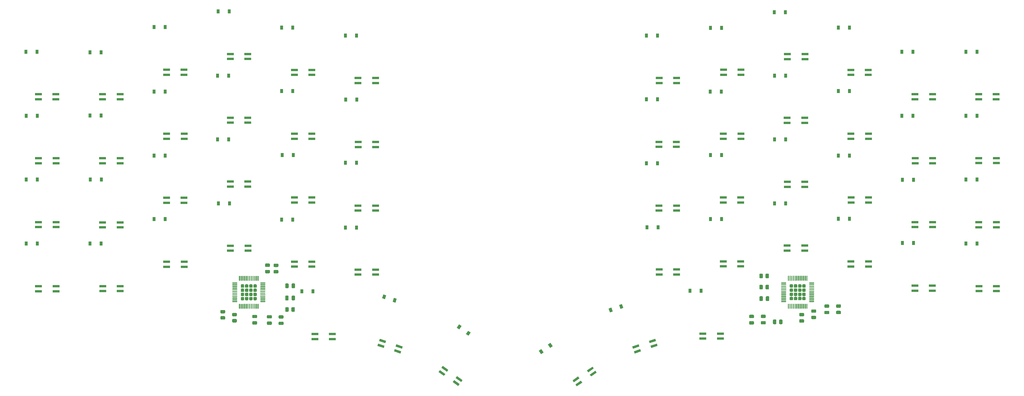
<source format=gbr>
%TF.GenerationSoftware,KiCad,Pcbnew,5.1.10*%
%TF.CreationDate,2021-09-05T22:53:56-04:00*%
%TF.ProjectId,tryptris_pcb,74727970-7472-4697-935f-7063622e6b69,rev?*%
%TF.SameCoordinates,Original*%
%TF.FileFunction,Paste,Bot*%
%TF.FilePolarity,Positive*%
%FSLAX46Y46*%
G04 Gerber Fmt 4.6, Leading zero omitted, Abs format (unit mm)*
G04 Created by KiCad (PCBNEW 5.1.10) date 2021-09-05 22:53:56*
%MOMM*%
%LPD*%
G01*
G04 APERTURE LIST*
%ADD10R,2.000000X0.700000*%
%ADD11C,0.100000*%
%ADD12R,0.900000X1.200000*%
G04 APERTURE END LIST*
%TO.C,C16*%
G36*
G01*
X260975000Y-120352400D02*
X260025000Y-120352400D01*
G75*
G02*
X259775000Y-120102400I0J250000D01*
G01*
X259775000Y-119602400D01*
G75*
G02*
X260025000Y-119352400I250000J0D01*
G01*
X260975000Y-119352400D01*
G75*
G02*
X261225000Y-119602400I0J-250000D01*
G01*
X261225000Y-120102400D01*
G75*
G02*
X260975000Y-120352400I-250000J0D01*
G01*
G37*
G36*
G01*
X260975000Y-122252400D02*
X260025000Y-122252400D01*
G75*
G02*
X259775000Y-122002400I0J250000D01*
G01*
X259775000Y-121502400D01*
G75*
G02*
X260025000Y-121252400I250000J0D01*
G01*
X260975000Y-121252400D01*
G75*
G02*
X261225000Y-121502400I0J-250000D01*
G01*
X261225000Y-122002400D01*
G75*
G02*
X260975000Y-122252400I-250000J0D01*
G01*
G37*
%TD*%
%TO.C,U4*%
G36*
G01*
X97482900Y-111597400D02*
X97482900Y-111087400D01*
G75*
G02*
X97732900Y-110837400I250000J0D01*
G01*
X98242900Y-110837400D01*
G75*
G02*
X98492900Y-111087400I0J-250000D01*
G01*
X98492900Y-111597400D01*
G75*
G02*
X98242900Y-111847400I-250000J0D01*
G01*
X97732900Y-111847400D01*
G75*
G02*
X97482900Y-111597400I0J250000D01*
G01*
G37*
G36*
G01*
X97482900Y-112847400D02*
X97482900Y-112337400D01*
G75*
G02*
X97732900Y-112087400I250000J0D01*
G01*
X98242900Y-112087400D01*
G75*
G02*
X98492900Y-112337400I0J-250000D01*
G01*
X98492900Y-112847400D01*
G75*
G02*
X98242900Y-113097400I-250000J0D01*
G01*
X97732900Y-113097400D01*
G75*
G02*
X97482900Y-112847400I0J250000D01*
G01*
G37*
G36*
G01*
X97482900Y-114097400D02*
X97482900Y-113587400D01*
G75*
G02*
X97732900Y-113337400I250000J0D01*
G01*
X98242900Y-113337400D01*
G75*
G02*
X98492900Y-113587400I0J-250000D01*
G01*
X98492900Y-114097400D01*
G75*
G02*
X98242900Y-114347400I-250000J0D01*
G01*
X97732900Y-114347400D01*
G75*
G02*
X97482900Y-114097400I0J250000D01*
G01*
G37*
G36*
G01*
X97482900Y-115347400D02*
X97482900Y-114837400D01*
G75*
G02*
X97732900Y-114587400I250000J0D01*
G01*
X98242900Y-114587400D01*
G75*
G02*
X98492900Y-114837400I0J-250000D01*
G01*
X98492900Y-115347400D01*
G75*
G02*
X98242900Y-115597400I-250000J0D01*
G01*
X97732900Y-115597400D01*
G75*
G02*
X97482900Y-115347400I0J250000D01*
G01*
G37*
G36*
G01*
X96232900Y-111597400D02*
X96232900Y-111087400D01*
G75*
G02*
X96482900Y-110837400I250000J0D01*
G01*
X96992900Y-110837400D01*
G75*
G02*
X97242900Y-111087400I0J-250000D01*
G01*
X97242900Y-111597400D01*
G75*
G02*
X96992900Y-111847400I-250000J0D01*
G01*
X96482900Y-111847400D01*
G75*
G02*
X96232900Y-111597400I0J250000D01*
G01*
G37*
G36*
G01*
X96232900Y-112847400D02*
X96232900Y-112337400D01*
G75*
G02*
X96482900Y-112087400I250000J0D01*
G01*
X96992900Y-112087400D01*
G75*
G02*
X97242900Y-112337400I0J-250000D01*
G01*
X97242900Y-112847400D01*
G75*
G02*
X96992900Y-113097400I-250000J0D01*
G01*
X96482900Y-113097400D01*
G75*
G02*
X96232900Y-112847400I0J250000D01*
G01*
G37*
G36*
G01*
X96232900Y-114097400D02*
X96232900Y-113587400D01*
G75*
G02*
X96482900Y-113337400I250000J0D01*
G01*
X96992900Y-113337400D01*
G75*
G02*
X97242900Y-113587400I0J-250000D01*
G01*
X97242900Y-114097400D01*
G75*
G02*
X96992900Y-114347400I-250000J0D01*
G01*
X96482900Y-114347400D01*
G75*
G02*
X96232900Y-114097400I0J250000D01*
G01*
G37*
G36*
G01*
X96232900Y-115347400D02*
X96232900Y-114837400D01*
G75*
G02*
X96482900Y-114587400I250000J0D01*
G01*
X96992900Y-114587400D01*
G75*
G02*
X97242900Y-114837400I0J-250000D01*
G01*
X97242900Y-115347400D01*
G75*
G02*
X96992900Y-115597400I-250000J0D01*
G01*
X96482900Y-115597400D01*
G75*
G02*
X96232900Y-115347400I0J250000D01*
G01*
G37*
G36*
G01*
X94982900Y-111597400D02*
X94982900Y-111087400D01*
G75*
G02*
X95232900Y-110837400I250000J0D01*
G01*
X95742900Y-110837400D01*
G75*
G02*
X95992900Y-111087400I0J-250000D01*
G01*
X95992900Y-111597400D01*
G75*
G02*
X95742900Y-111847400I-250000J0D01*
G01*
X95232900Y-111847400D01*
G75*
G02*
X94982900Y-111597400I0J250000D01*
G01*
G37*
G36*
G01*
X94982900Y-112847400D02*
X94982900Y-112337400D01*
G75*
G02*
X95232900Y-112087400I250000J0D01*
G01*
X95742900Y-112087400D01*
G75*
G02*
X95992900Y-112337400I0J-250000D01*
G01*
X95992900Y-112847400D01*
G75*
G02*
X95742900Y-113097400I-250000J0D01*
G01*
X95232900Y-113097400D01*
G75*
G02*
X94982900Y-112847400I0J250000D01*
G01*
G37*
G36*
G01*
X94982900Y-114097400D02*
X94982900Y-113587400D01*
G75*
G02*
X95232900Y-113337400I250000J0D01*
G01*
X95742900Y-113337400D01*
G75*
G02*
X95992900Y-113587400I0J-250000D01*
G01*
X95992900Y-114097400D01*
G75*
G02*
X95742900Y-114347400I-250000J0D01*
G01*
X95232900Y-114347400D01*
G75*
G02*
X94982900Y-114097400I0J250000D01*
G01*
G37*
G36*
G01*
X94982900Y-115347400D02*
X94982900Y-114837400D01*
G75*
G02*
X95232900Y-114587400I250000J0D01*
G01*
X95742900Y-114587400D01*
G75*
G02*
X95992900Y-114837400I0J-250000D01*
G01*
X95992900Y-115347400D01*
G75*
G02*
X95742900Y-115597400I-250000J0D01*
G01*
X95232900Y-115597400D01*
G75*
G02*
X94982900Y-115347400I0J250000D01*
G01*
G37*
G36*
G01*
X93732900Y-111597400D02*
X93732900Y-111087400D01*
G75*
G02*
X93982900Y-110837400I250000J0D01*
G01*
X94492900Y-110837400D01*
G75*
G02*
X94742900Y-111087400I0J-250000D01*
G01*
X94742900Y-111597400D01*
G75*
G02*
X94492900Y-111847400I-250000J0D01*
G01*
X93982900Y-111847400D01*
G75*
G02*
X93732900Y-111597400I0J250000D01*
G01*
G37*
G36*
G01*
X93732900Y-112847400D02*
X93732900Y-112337400D01*
G75*
G02*
X93982900Y-112087400I250000J0D01*
G01*
X94492900Y-112087400D01*
G75*
G02*
X94742900Y-112337400I0J-250000D01*
G01*
X94742900Y-112847400D01*
G75*
G02*
X94492900Y-113097400I-250000J0D01*
G01*
X93982900Y-113097400D01*
G75*
G02*
X93732900Y-112847400I0J250000D01*
G01*
G37*
G36*
G01*
X93732900Y-114097400D02*
X93732900Y-113587400D01*
G75*
G02*
X93982900Y-113337400I250000J0D01*
G01*
X94492900Y-113337400D01*
G75*
G02*
X94742900Y-113587400I0J-250000D01*
G01*
X94742900Y-114097400D01*
G75*
G02*
X94492900Y-114347400I-250000J0D01*
G01*
X93982900Y-114347400D01*
G75*
G02*
X93732900Y-114097400I0J250000D01*
G01*
G37*
G36*
G01*
X93732900Y-115347400D02*
X93732900Y-114837400D01*
G75*
G02*
X93982900Y-114587400I250000J0D01*
G01*
X94492900Y-114587400D01*
G75*
G02*
X94742900Y-114837400I0J-250000D01*
G01*
X94742900Y-115347400D01*
G75*
G02*
X94492900Y-115597400I-250000J0D01*
G01*
X93982900Y-115597400D01*
G75*
G02*
X93732900Y-115347400I0J250000D01*
G01*
G37*
G36*
G01*
X93212900Y-118042400D02*
X93212900Y-116717400D01*
G75*
G02*
X93287900Y-116642400I75000J0D01*
G01*
X93437900Y-116642400D01*
G75*
G02*
X93512900Y-116717400I0J-75000D01*
G01*
X93512900Y-118042400D01*
G75*
G02*
X93437900Y-118117400I-75000J0D01*
G01*
X93287900Y-118117400D01*
G75*
G02*
X93212900Y-118042400I0J75000D01*
G01*
G37*
G36*
G01*
X93712900Y-118042400D02*
X93712900Y-116717400D01*
G75*
G02*
X93787900Y-116642400I75000J0D01*
G01*
X93937900Y-116642400D01*
G75*
G02*
X94012900Y-116717400I0J-75000D01*
G01*
X94012900Y-118042400D01*
G75*
G02*
X93937900Y-118117400I-75000J0D01*
G01*
X93787900Y-118117400D01*
G75*
G02*
X93712900Y-118042400I0J75000D01*
G01*
G37*
G36*
G01*
X94212900Y-118042400D02*
X94212900Y-116717400D01*
G75*
G02*
X94287900Y-116642400I75000J0D01*
G01*
X94437900Y-116642400D01*
G75*
G02*
X94512900Y-116717400I0J-75000D01*
G01*
X94512900Y-118042400D01*
G75*
G02*
X94437900Y-118117400I-75000J0D01*
G01*
X94287900Y-118117400D01*
G75*
G02*
X94212900Y-118042400I0J75000D01*
G01*
G37*
G36*
G01*
X94712900Y-118042400D02*
X94712900Y-116717400D01*
G75*
G02*
X94787900Y-116642400I75000J0D01*
G01*
X94937900Y-116642400D01*
G75*
G02*
X95012900Y-116717400I0J-75000D01*
G01*
X95012900Y-118042400D01*
G75*
G02*
X94937900Y-118117400I-75000J0D01*
G01*
X94787900Y-118117400D01*
G75*
G02*
X94712900Y-118042400I0J75000D01*
G01*
G37*
G36*
G01*
X95212900Y-118042400D02*
X95212900Y-116717400D01*
G75*
G02*
X95287900Y-116642400I75000J0D01*
G01*
X95437900Y-116642400D01*
G75*
G02*
X95512900Y-116717400I0J-75000D01*
G01*
X95512900Y-118042400D01*
G75*
G02*
X95437900Y-118117400I-75000J0D01*
G01*
X95287900Y-118117400D01*
G75*
G02*
X95212900Y-118042400I0J75000D01*
G01*
G37*
G36*
G01*
X95712900Y-118042400D02*
X95712900Y-116717400D01*
G75*
G02*
X95787900Y-116642400I75000J0D01*
G01*
X95937900Y-116642400D01*
G75*
G02*
X96012900Y-116717400I0J-75000D01*
G01*
X96012900Y-118042400D01*
G75*
G02*
X95937900Y-118117400I-75000J0D01*
G01*
X95787900Y-118117400D01*
G75*
G02*
X95712900Y-118042400I0J75000D01*
G01*
G37*
G36*
G01*
X96212900Y-118042400D02*
X96212900Y-116717400D01*
G75*
G02*
X96287900Y-116642400I75000J0D01*
G01*
X96437900Y-116642400D01*
G75*
G02*
X96512900Y-116717400I0J-75000D01*
G01*
X96512900Y-118042400D01*
G75*
G02*
X96437900Y-118117400I-75000J0D01*
G01*
X96287900Y-118117400D01*
G75*
G02*
X96212900Y-118042400I0J75000D01*
G01*
G37*
G36*
G01*
X96712900Y-118042400D02*
X96712900Y-116717400D01*
G75*
G02*
X96787900Y-116642400I75000J0D01*
G01*
X96937900Y-116642400D01*
G75*
G02*
X97012900Y-116717400I0J-75000D01*
G01*
X97012900Y-118042400D01*
G75*
G02*
X96937900Y-118117400I-75000J0D01*
G01*
X96787900Y-118117400D01*
G75*
G02*
X96712900Y-118042400I0J75000D01*
G01*
G37*
G36*
G01*
X97212900Y-118042400D02*
X97212900Y-116717400D01*
G75*
G02*
X97287900Y-116642400I75000J0D01*
G01*
X97437900Y-116642400D01*
G75*
G02*
X97512900Y-116717400I0J-75000D01*
G01*
X97512900Y-118042400D01*
G75*
G02*
X97437900Y-118117400I-75000J0D01*
G01*
X97287900Y-118117400D01*
G75*
G02*
X97212900Y-118042400I0J75000D01*
G01*
G37*
G36*
G01*
X97712900Y-118042400D02*
X97712900Y-116717400D01*
G75*
G02*
X97787900Y-116642400I75000J0D01*
G01*
X97937900Y-116642400D01*
G75*
G02*
X98012900Y-116717400I0J-75000D01*
G01*
X98012900Y-118042400D01*
G75*
G02*
X97937900Y-118117400I-75000J0D01*
G01*
X97787900Y-118117400D01*
G75*
G02*
X97712900Y-118042400I0J75000D01*
G01*
G37*
G36*
G01*
X98212900Y-118042400D02*
X98212900Y-116717400D01*
G75*
G02*
X98287900Y-116642400I75000J0D01*
G01*
X98437900Y-116642400D01*
G75*
G02*
X98512900Y-116717400I0J-75000D01*
G01*
X98512900Y-118042400D01*
G75*
G02*
X98437900Y-118117400I-75000J0D01*
G01*
X98287900Y-118117400D01*
G75*
G02*
X98212900Y-118042400I0J75000D01*
G01*
G37*
G36*
G01*
X98712900Y-118042400D02*
X98712900Y-116717400D01*
G75*
G02*
X98787900Y-116642400I75000J0D01*
G01*
X98937900Y-116642400D01*
G75*
G02*
X99012900Y-116717400I0J-75000D01*
G01*
X99012900Y-118042400D01*
G75*
G02*
X98937900Y-118117400I-75000J0D01*
G01*
X98787900Y-118117400D01*
G75*
G02*
X98712900Y-118042400I0J75000D01*
G01*
G37*
G36*
G01*
X99537900Y-116042400D02*
X99537900Y-115892400D01*
G75*
G02*
X99612900Y-115817400I75000J0D01*
G01*
X100937900Y-115817400D01*
G75*
G02*
X101012900Y-115892400I0J-75000D01*
G01*
X101012900Y-116042400D01*
G75*
G02*
X100937900Y-116117400I-75000J0D01*
G01*
X99612900Y-116117400D01*
G75*
G02*
X99537900Y-116042400I0J75000D01*
G01*
G37*
G36*
G01*
X99537900Y-115542400D02*
X99537900Y-115392400D01*
G75*
G02*
X99612900Y-115317400I75000J0D01*
G01*
X100937900Y-115317400D01*
G75*
G02*
X101012900Y-115392400I0J-75000D01*
G01*
X101012900Y-115542400D01*
G75*
G02*
X100937900Y-115617400I-75000J0D01*
G01*
X99612900Y-115617400D01*
G75*
G02*
X99537900Y-115542400I0J75000D01*
G01*
G37*
G36*
G01*
X99537900Y-115042400D02*
X99537900Y-114892400D01*
G75*
G02*
X99612900Y-114817400I75000J0D01*
G01*
X100937900Y-114817400D01*
G75*
G02*
X101012900Y-114892400I0J-75000D01*
G01*
X101012900Y-115042400D01*
G75*
G02*
X100937900Y-115117400I-75000J0D01*
G01*
X99612900Y-115117400D01*
G75*
G02*
X99537900Y-115042400I0J75000D01*
G01*
G37*
G36*
G01*
X99537900Y-114542400D02*
X99537900Y-114392400D01*
G75*
G02*
X99612900Y-114317400I75000J0D01*
G01*
X100937900Y-114317400D01*
G75*
G02*
X101012900Y-114392400I0J-75000D01*
G01*
X101012900Y-114542400D01*
G75*
G02*
X100937900Y-114617400I-75000J0D01*
G01*
X99612900Y-114617400D01*
G75*
G02*
X99537900Y-114542400I0J75000D01*
G01*
G37*
G36*
G01*
X99537900Y-114042400D02*
X99537900Y-113892400D01*
G75*
G02*
X99612900Y-113817400I75000J0D01*
G01*
X100937900Y-113817400D01*
G75*
G02*
X101012900Y-113892400I0J-75000D01*
G01*
X101012900Y-114042400D01*
G75*
G02*
X100937900Y-114117400I-75000J0D01*
G01*
X99612900Y-114117400D01*
G75*
G02*
X99537900Y-114042400I0J75000D01*
G01*
G37*
G36*
G01*
X99537900Y-113542400D02*
X99537900Y-113392400D01*
G75*
G02*
X99612900Y-113317400I75000J0D01*
G01*
X100937900Y-113317400D01*
G75*
G02*
X101012900Y-113392400I0J-75000D01*
G01*
X101012900Y-113542400D01*
G75*
G02*
X100937900Y-113617400I-75000J0D01*
G01*
X99612900Y-113617400D01*
G75*
G02*
X99537900Y-113542400I0J75000D01*
G01*
G37*
G36*
G01*
X99537900Y-113042400D02*
X99537900Y-112892400D01*
G75*
G02*
X99612900Y-112817400I75000J0D01*
G01*
X100937900Y-112817400D01*
G75*
G02*
X101012900Y-112892400I0J-75000D01*
G01*
X101012900Y-113042400D01*
G75*
G02*
X100937900Y-113117400I-75000J0D01*
G01*
X99612900Y-113117400D01*
G75*
G02*
X99537900Y-113042400I0J75000D01*
G01*
G37*
G36*
G01*
X99537900Y-112542400D02*
X99537900Y-112392400D01*
G75*
G02*
X99612900Y-112317400I75000J0D01*
G01*
X100937900Y-112317400D01*
G75*
G02*
X101012900Y-112392400I0J-75000D01*
G01*
X101012900Y-112542400D01*
G75*
G02*
X100937900Y-112617400I-75000J0D01*
G01*
X99612900Y-112617400D01*
G75*
G02*
X99537900Y-112542400I0J75000D01*
G01*
G37*
G36*
G01*
X99537900Y-112042400D02*
X99537900Y-111892400D01*
G75*
G02*
X99612900Y-111817400I75000J0D01*
G01*
X100937900Y-111817400D01*
G75*
G02*
X101012900Y-111892400I0J-75000D01*
G01*
X101012900Y-112042400D01*
G75*
G02*
X100937900Y-112117400I-75000J0D01*
G01*
X99612900Y-112117400D01*
G75*
G02*
X99537900Y-112042400I0J75000D01*
G01*
G37*
G36*
G01*
X99537900Y-111542400D02*
X99537900Y-111392400D01*
G75*
G02*
X99612900Y-111317400I75000J0D01*
G01*
X100937900Y-111317400D01*
G75*
G02*
X101012900Y-111392400I0J-75000D01*
G01*
X101012900Y-111542400D01*
G75*
G02*
X100937900Y-111617400I-75000J0D01*
G01*
X99612900Y-111617400D01*
G75*
G02*
X99537900Y-111542400I0J75000D01*
G01*
G37*
G36*
G01*
X99537900Y-111042400D02*
X99537900Y-110892400D01*
G75*
G02*
X99612900Y-110817400I75000J0D01*
G01*
X100937900Y-110817400D01*
G75*
G02*
X101012900Y-110892400I0J-75000D01*
G01*
X101012900Y-111042400D01*
G75*
G02*
X100937900Y-111117400I-75000J0D01*
G01*
X99612900Y-111117400D01*
G75*
G02*
X99537900Y-111042400I0J75000D01*
G01*
G37*
G36*
G01*
X99537900Y-110542400D02*
X99537900Y-110392400D01*
G75*
G02*
X99612900Y-110317400I75000J0D01*
G01*
X100937900Y-110317400D01*
G75*
G02*
X101012900Y-110392400I0J-75000D01*
G01*
X101012900Y-110542400D01*
G75*
G02*
X100937900Y-110617400I-75000J0D01*
G01*
X99612900Y-110617400D01*
G75*
G02*
X99537900Y-110542400I0J75000D01*
G01*
G37*
G36*
G01*
X98712900Y-109717400D02*
X98712900Y-108392400D01*
G75*
G02*
X98787900Y-108317400I75000J0D01*
G01*
X98937900Y-108317400D01*
G75*
G02*
X99012900Y-108392400I0J-75000D01*
G01*
X99012900Y-109717400D01*
G75*
G02*
X98937900Y-109792400I-75000J0D01*
G01*
X98787900Y-109792400D01*
G75*
G02*
X98712900Y-109717400I0J75000D01*
G01*
G37*
G36*
G01*
X98212900Y-109717400D02*
X98212900Y-108392400D01*
G75*
G02*
X98287900Y-108317400I75000J0D01*
G01*
X98437900Y-108317400D01*
G75*
G02*
X98512900Y-108392400I0J-75000D01*
G01*
X98512900Y-109717400D01*
G75*
G02*
X98437900Y-109792400I-75000J0D01*
G01*
X98287900Y-109792400D01*
G75*
G02*
X98212900Y-109717400I0J75000D01*
G01*
G37*
G36*
G01*
X97712900Y-109717400D02*
X97712900Y-108392400D01*
G75*
G02*
X97787900Y-108317400I75000J0D01*
G01*
X97937900Y-108317400D01*
G75*
G02*
X98012900Y-108392400I0J-75000D01*
G01*
X98012900Y-109717400D01*
G75*
G02*
X97937900Y-109792400I-75000J0D01*
G01*
X97787900Y-109792400D01*
G75*
G02*
X97712900Y-109717400I0J75000D01*
G01*
G37*
G36*
G01*
X97212900Y-109717400D02*
X97212900Y-108392400D01*
G75*
G02*
X97287900Y-108317400I75000J0D01*
G01*
X97437900Y-108317400D01*
G75*
G02*
X97512900Y-108392400I0J-75000D01*
G01*
X97512900Y-109717400D01*
G75*
G02*
X97437900Y-109792400I-75000J0D01*
G01*
X97287900Y-109792400D01*
G75*
G02*
X97212900Y-109717400I0J75000D01*
G01*
G37*
G36*
G01*
X96712900Y-109717400D02*
X96712900Y-108392400D01*
G75*
G02*
X96787900Y-108317400I75000J0D01*
G01*
X96937900Y-108317400D01*
G75*
G02*
X97012900Y-108392400I0J-75000D01*
G01*
X97012900Y-109717400D01*
G75*
G02*
X96937900Y-109792400I-75000J0D01*
G01*
X96787900Y-109792400D01*
G75*
G02*
X96712900Y-109717400I0J75000D01*
G01*
G37*
G36*
G01*
X96212900Y-109717400D02*
X96212900Y-108392400D01*
G75*
G02*
X96287900Y-108317400I75000J0D01*
G01*
X96437900Y-108317400D01*
G75*
G02*
X96512900Y-108392400I0J-75000D01*
G01*
X96512900Y-109717400D01*
G75*
G02*
X96437900Y-109792400I-75000J0D01*
G01*
X96287900Y-109792400D01*
G75*
G02*
X96212900Y-109717400I0J75000D01*
G01*
G37*
G36*
G01*
X95712900Y-109717400D02*
X95712900Y-108392400D01*
G75*
G02*
X95787900Y-108317400I75000J0D01*
G01*
X95937900Y-108317400D01*
G75*
G02*
X96012900Y-108392400I0J-75000D01*
G01*
X96012900Y-109717400D01*
G75*
G02*
X95937900Y-109792400I-75000J0D01*
G01*
X95787900Y-109792400D01*
G75*
G02*
X95712900Y-109717400I0J75000D01*
G01*
G37*
G36*
G01*
X95212900Y-109717400D02*
X95212900Y-108392400D01*
G75*
G02*
X95287900Y-108317400I75000J0D01*
G01*
X95437900Y-108317400D01*
G75*
G02*
X95512900Y-108392400I0J-75000D01*
G01*
X95512900Y-109717400D01*
G75*
G02*
X95437900Y-109792400I-75000J0D01*
G01*
X95287900Y-109792400D01*
G75*
G02*
X95212900Y-109717400I0J75000D01*
G01*
G37*
G36*
G01*
X94712900Y-109717400D02*
X94712900Y-108392400D01*
G75*
G02*
X94787900Y-108317400I75000J0D01*
G01*
X94937900Y-108317400D01*
G75*
G02*
X95012900Y-108392400I0J-75000D01*
G01*
X95012900Y-109717400D01*
G75*
G02*
X94937900Y-109792400I-75000J0D01*
G01*
X94787900Y-109792400D01*
G75*
G02*
X94712900Y-109717400I0J75000D01*
G01*
G37*
G36*
G01*
X94212900Y-109717400D02*
X94212900Y-108392400D01*
G75*
G02*
X94287900Y-108317400I75000J0D01*
G01*
X94437900Y-108317400D01*
G75*
G02*
X94512900Y-108392400I0J-75000D01*
G01*
X94512900Y-109717400D01*
G75*
G02*
X94437900Y-109792400I-75000J0D01*
G01*
X94287900Y-109792400D01*
G75*
G02*
X94212900Y-109717400I0J75000D01*
G01*
G37*
G36*
G01*
X93712900Y-109717400D02*
X93712900Y-108392400D01*
G75*
G02*
X93787900Y-108317400I75000J0D01*
G01*
X93937900Y-108317400D01*
G75*
G02*
X94012900Y-108392400I0J-75000D01*
G01*
X94012900Y-109717400D01*
G75*
G02*
X93937900Y-109792400I-75000J0D01*
G01*
X93787900Y-109792400D01*
G75*
G02*
X93712900Y-109717400I0J75000D01*
G01*
G37*
G36*
G01*
X93212900Y-109717400D02*
X93212900Y-108392400D01*
G75*
G02*
X93287900Y-108317400I75000J0D01*
G01*
X93437900Y-108317400D01*
G75*
G02*
X93512900Y-108392400I0J-75000D01*
G01*
X93512900Y-109717400D01*
G75*
G02*
X93437900Y-109792400I-75000J0D01*
G01*
X93287900Y-109792400D01*
G75*
G02*
X93212900Y-109717400I0J75000D01*
G01*
G37*
G36*
G01*
X91212900Y-110542400D02*
X91212900Y-110392400D01*
G75*
G02*
X91287900Y-110317400I75000J0D01*
G01*
X92612900Y-110317400D01*
G75*
G02*
X92687900Y-110392400I0J-75000D01*
G01*
X92687900Y-110542400D01*
G75*
G02*
X92612900Y-110617400I-75000J0D01*
G01*
X91287900Y-110617400D01*
G75*
G02*
X91212900Y-110542400I0J75000D01*
G01*
G37*
G36*
G01*
X91212900Y-111042400D02*
X91212900Y-110892400D01*
G75*
G02*
X91287900Y-110817400I75000J0D01*
G01*
X92612900Y-110817400D01*
G75*
G02*
X92687900Y-110892400I0J-75000D01*
G01*
X92687900Y-111042400D01*
G75*
G02*
X92612900Y-111117400I-75000J0D01*
G01*
X91287900Y-111117400D01*
G75*
G02*
X91212900Y-111042400I0J75000D01*
G01*
G37*
G36*
G01*
X91212900Y-111542400D02*
X91212900Y-111392400D01*
G75*
G02*
X91287900Y-111317400I75000J0D01*
G01*
X92612900Y-111317400D01*
G75*
G02*
X92687900Y-111392400I0J-75000D01*
G01*
X92687900Y-111542400D01*
G75*
G02*
X92612900Y-111617400I-75000J0D01*
G01*
X91287900Y-111617400D01*
G75*
G02*
X91212900Y-111542400I0J75000D01*
G01*
G37*
G36*
G01*
X91212900Y-112042400D02*
X91212900Y-111892400D01*
G75*
G02*
X91287900Y-111817400I75000J0D01*
G01*
X92612900Y-111817400D01*
G75*
G02*
X92687900Y-111892400I0J-75000D01*
G01*
X92687900Y-112042400D01*
G75*
G02*
X92612900Y-112117400I-75000J0D01*
G01*
X91287900Y-112117400D01*
G75*
G02*
X91212900Y-112042400I0J75000D01*
G01*
G37*
G36*
G01*
X91212900Y-112542400D02*
X91212900Y-112392400D01*
G75*
G02*
X91287900Y-112317400I75000J0D01*
G01*
X92612900Y-112317400D01*
G75*
G02*
X92687900Y-112392400I0J-75000D01*
G01*
X92687900Y-112542400D01*
G75*
G02*
X92612900Y-112617400I-75000J0D01*
G01*
X91287900Y-112617400D01*
G75*
G02*
X91212900Y-112542400I0J75000D01*
G01*
G37*
G36*
G01*
X91212900Y-113042400D02*
X91212900Y-112892400D01*
G75*
G02*
X91287900Y-112817400I75000J0D01*
G01*
X92612900Y-112817400D01*
G75*
G02*
X92687900Y-112892400I0J-75000D01*
G01*
X92687900Y-113042400D01*
G75*
G02*
X92612900Y-113117400I-75000J0D01*
G01*
X91287900Y-113117400D01*
G75*
G02*
X91212900Y-113042400I0J75000D01*
G01*
G37*
G36*
G01*
X91212900Y-113542400D02*
X91212900Y-113392400D01*
G75*
G02*
X91287900Y-113317400I75000J0D01*
G01*
X92612900Y-113317400D01*
G75*
G02*
X92687900Y-113392400I0J-75000D01*
G01*
X92687900Y-113542400D01*
G75*
G02*
X92612900Y-113617400I-75000J0D01*
G01*
X91287900Y-113617400D01*
G75*
G02*
X91212900Y-113542400I0J75000D01*
G01*
G37*
G36*
G01*
X91212900Y-114042400D02*
X91212900Y-113892400D01*
G75*
G02*
X91287900Y-113817400I75000J0D01*
G01*
X92612900Y-113817400D01*
G75*
G02*
X92687900Y-113892400I0J-75000D01*
G01*
X92687900Y-114042400D01*
G75*
G02*
X92612900Y-114117400I-75000J0D01*
G01*
X91287900Y-114117400D01*
G75*
G02*
X91212900Y-114042400I0J75000D01*
G01*
G37*
G36*
G01*
X91212900Y-114542400D02*
X91212900Y-114392400D01*
G75*
G02*
X91287900Y-114317400I75000J0D01*
G01*
X92612900Y-114317400D01*
G75*
G02*
X92687900Y-114392400I0J-75000D01*
G01*
X92687900Y-114542400D01*
G75*
G02*
X92612900Y-114617400I-75000J0D01*
G01*
X91287900Y-114617400D01*
G75*
G02*
X91212900Y-114542400I0J75000D01*
G01*
G37*
G36*
G01*
X91212900Y-115042400D02*
X91212900Y-114892400D01*
G75*
G02*
X91287900Y-114817400I75000J0D01*
G01*
X92612900Y-114817400D01*
G75*
G02*
X92687900Y-114892400I0J-75000D01*
G01*
X92687900Y-115042400D01*
G75*
G02*
X92612900Y-115117400I-75000J0D01*
G01*
X91287900Y-115117400D01*
G75*
G02*
X91212900Y-115042400I0J75000D01*
G01*
G37*
G36*
G01*
X91212900Y-115542400D02*
X91212900Y-115392400D01*
G75*
G02*
X91287900Y-115317400I75000J0D01*
G01*
X92612900Y-115317400D01*
G75*
G02*
X92687900Y-115392400I0J-75000D01*
G01*
X92687900Y-115542400D01*
G75*
G02*
X92612900Y-115617400I-75000J0D01*
G01*
X91287900Y-115617400D01*
G75*
G02*
X91212900Y-115542400I0J75000D01*
G01*
G37*
G36*
G01*
X91212900Y-116042400D02*
X91212900Y-115892400D01*
G75*
G02*
X91287900Y-115817400I75000J0D01*
G01*
X92612900Y-115817400D01*
G75*
G02*
X92687900Y-115892400I0J-75000D01*
G01*
X92687900Y-116042400D01*
G75*
G02*
X92612900Y-116117400I-75000J0D01*
G01*
X91287900Y-116117400D01*
G75*
G02*
X91212900Y-116042400I0J75000D01*
G01*
G37*
%TD*%
%TO.C,U3*%
G36*
G01*
X260928600Y-114565100D02*
X261438600Y-114565100D01*
G75*
G02*
X261688600Y-114815100I0J-250000D01*
G01*
X261688600Y-115325100D01*
G75*
G02*
X261438600Y-115575100I-250000J0D01*
G01*
X260928600Y-115575100D01*
G75*
G02*
X260678600Y-115325100I0J250000D01*
G01*
X260678600Y-114815100D01*
G75*
G02*
X260928600Y-114565100I250000J0D01*
G01*
G37*
G36*
G01*
X259678600Y-114565100D02*
X260188600Y-114565100D01*
G75*
G02*
X260438600Y-114815100I0J-250000D01*
G01*
X260438600Y-115325100D01*
G75*
G02*
X260188600Y-115575100I-250000J0D01*
G01*
X259678600Y-115575100D01*
G75*
G02*
X259428600Y-115325100I0J250000D01*
G01*
X259428600Y-114815100D01*
G75*
G02*
X259678600Y-114565100I250000J0D01*
G01*
G37*
G36*
G01*
X258428600Y-114565100D02*
X258938600Y-114565100D01*
G75*
G02*
X259188600Y-114815100I0J-250000D01*
G01*
X259188600Y-115325100D01*
G75*
G02*
X258938600Y-115575100I-250000J0D01*
G01*
X258428600Y-115575100D01*
G75*
G02*
X258178600Y-115325100I0J250000D01*
G01*
X258178600Y-114815100D01*
G75*
G02*
X258428600Y-114565100I250000J0D01*
G01*
G37*
G36*
G01*
X257178600Y-114565100D02*
X257688600Y-114565100D01*
G75*
G02*
X257938600Y-114815100I0J-250000D01*
G01*
X257938600Y-115325100D01*
G75*
G02*
X257688600Y-115575100I-250000J0D01*
G01*
X257178600Y-115575100D01*
G75*
G02*
X256928600Y-115325100I0J250000D01*
G01*
X256928600Y-114815100D01*
G75*
G02*
X257178600Y-114565100I250000J0D01*
G01*
G37*
G36*
G01*
X260928600Y-113315100D02*
X261438600Y-113315100D01*
G75*
G02*
X261688600Y-113565100I0J-250000D01*
G01*
X261688600Y-114075100D01*
G75*
G02*
X261438600Y-114325100I-250000J0D01*
G01*
X260928600Y-114325100D01*
G75*
G02*
X260678600Y-114075100I0J250000D01*
G01*
X260678600Y-113565100D01*
G75*
G02*
X260928600Y-113315100I250000J0D01*
G01*
G37*
G36*
G01*
X259678600Y-113315100D02*
X260188600Y-113315100D01*
G75*
G02*
X260438600Y-113565100I0J-250000D01*
G01*
X260438600Y-114075100D01*
G75*
G02*
X260188600Y-114325100I-250000J0D01*
G01*
X259678600Y-114325100D01*
G75*
G02*
X259428600Y-114075100I0J250000D01*
G01*
X259428600Y-113565100D01*
G75*
G02*
X259678600Y-113315100I250000J0D01*
G01*
G37*
G36*
G01*
X258428600Y-113315100D02*
X258938600Y-113315100D01*
G75*
G02*
X259188600Y-113565100I0J-250000D01*
G01*
X259188600Y-114075100D01*
G75*
G02*
X258938600Y-114325100I-250000J0D01*
G01*
X258428600Y-114325100D01*
G75*
G02*
X258178600Y-114075100I0J250000D01*
G01*
X258178600Y-113565100D01*
G75*
G02*
X258428600Y-113315100I250000J0D01*
G01*
G37*
G36*
G01*
X257178600Y-113315100D02*
X257688600Y-113315100D01*
G75*
G02*
X257938600Y-113565100I0J-250000D01*
G01*
X257938600Y-114075100D01*
G75*
G02*
X257688600Y-114325100I-250000J0D01*
G01*
X257178600Y-114325100D01*
G75*
G02*
X256928600Y-114075100I0J250000D01*
G01*
X256928600Y-113565100D01*
G75*
G02*
X257178600Y-113315100I250000J0D01*
G01*
G37*
G36*
G01*
X260928600Y-112065100D02*
X261438600Y-112065100D01*
G75*
G02*
X261688600Y-112315100I0J-250000D01*
G01*
X261688600Y-112825100D01*
G75*
G02*
X261438600Y-113075100I-250000J0D01*
G01*
X260928600Y-113075100D01*
G75*
G02*
X260678600Y-112825100I0J250000D01*
G01*
X260678600Y-112315100D01*
G75*
G02*
X260928600Y-112065100I250000J0D01*
G01*
G37*
G36*
G01*
X259678600Y-112065100D02*
X260188600Y-112065100D01*
G75*
G02*
X260438600Y-112315100I0J-250000D01*
G01*
X260438600Y-112825100D01*
G75*
G02*
X260188600Y-113075100I-250000J0D01*
G01*
X259678600Y-113075100D01*
G75*
G02*
X259428600Y-112825100I0J250000D01*
G01*
X259428600Y-112315100D01*
G75*
G02*
X259678600Y-112065100I250000J0D01*
G01*
G37*
G36*
G01*
X258428600Y-112065100D02*
X258938600Y-112065100D01*
G75*
G02*
X259188600Y-112315100I0J-250000D01*
G01*
X259188600Y-112825100D01*
G75*
G02*
X258938600Y-113075100I-250000J0D01*
G01*
X258428600Y-113075100D01*
G75*
G02*
X258178600Y-112825100I0J250000D01*
G01*
X258178600Y-112315100D01*
G75*
G02*
X258428600Y-112065100I250000J0D01*
G01*
G37*
G36*
G01*
X257178600Y-112065100D02*
X257688600Y-112065100D01*
G75*
G02*
X257938600Y-112315100I0J-250000D01*
G01*
X257938600Y-112825100D01*
G75*
G02*
X257688600Y-113075100I-250000J0D01*
G01*
X257178600Y-113075100D01*
G75*
G02*
X256928600Y-112825100I0J250000D01*
G01*
X256928600Y-112315100D01*
G75*
G02*
X257178600Y-112065100I250000J0D01*
G01*
G37*
G36*
G01*
X260928600Y-110815100D02*
X261438600Y-110815100D01*
G75*
G02*
X261688600Y-111065100I0J-250000D01*
G01*
X261688600Y-111575100D01*
G75*
G02*
X261438600Y-111825100I-250000J0D01*
G01*
X260928600Y-111825100D01*
G75*
G02*
X260678600Y-111575100I0J250000D01*
G01*
X260678600Y-111065100D01*
G75*
G02*
X260928600Y-110815100I250000J0D01*
G01*
G37*
G36*
G01*
X259678600Y-110815100D02*
X260188600Y-110815100D01*
G75*
G02*
X260438600Y-111065100I0J-250000D01*
G01*
X260438600Y-111575100D01*
G75*
G02*
X260188600Y-111825100I-250000J0D01*
G01*
X259678600Y-111825100D01*
G75*
G02*
X259428600Y-111575100I0J250000D01*
G01*
X259428600Y-111065100D01*
G75*
G02*
X259678600Y-110815100I250000J0D01*
G01*
G37*
G36*
G01*
X258428600Y-110815100D02*
X258938600Y-110815100D01*
G75*
G02*
X259188600Y-111065100I0J-250000D01*
G01*
X259188600Y-111575100D01*
G75*
G02*
X258938600Y-111825100I-250000J0D01*
G01*
X258428600Y-111825100D01*
G75*
G02*
X258178600Y-111575100I0J250000D01*
G01*
X258178600Y-111065100D01*
G75*
G02*
X258428600Y-110815100I250000J0D01*
G01*
G37*
G36*
G01*
X257178600Y-110815100D02*
X257688600Y-110815100D01*
G75*
G02*
X257938600Y-111065100I0J-250000D01*
G01*
X257938600Y-111575100D01*
G75*
G02*
X257688600Y-111825100I-250000J0D01*
G01*
X257178600Y-111825100D01*
G75*
G02*
X256928600Y-111575100I0J250000D01*
G01*
X256928600Y-111065100D01*
G75*
G02*
X257178600Y-110815100I250000J0D01*
G01*
G37*
G36*
G01*
X254483600Y-110295100D02*
X255808600Y-110295100D01*
G75*
G02*
X255883600Y-110370100I0J-75000D01*
G01*
X255883600Y-110520100D01*
G75*
G02*
X255808600Y-110595100I-75000J0D01*
G01*
X254483600Y-110595100D01*
G75*
G02*
X254408600Y-110520100I0J75000D01*
G01*
X254408600Y-110370100D01*
G75*
G02*
X254483600Y-110295100I75000J0D01*
G01*
G37*
G36*
G01*
X254483600Y-110795100D02*
X255808600Y-110795100D01*
G75*
G02*
X255883600Y-110870100I0J-75000D01*
G01*
X255883600Y-111020100D01*
G75*
G02*
X255808600Y-111095100I-75000J0D01*
G01*
X254483600Y-111095100D01*
G75*
G02*
X254408600Y-111020100I0J75000D01*
G01*
X254408600Y-110870100D01*
G75*
G02*
X254483600Y-110795100I75000J0D01*
G01*
G37*
G36*
G01*
X254483600Y-111295100D02*
X255808600Y-111295100D01*
G75*
G02*
X255883600Y-111370100I0J-75000D01*
G01*
X255883600Y-111520100D01*
G75*
G02*
X255808600Y-111595100I-75000J0D01*
G01*
X254483600Y-111595100D01*
G75*
G02*
X254408600Y-111520100I0J75000D01*
G01*
X254408600Y-111370100D01*
G75*
G02*
X254483600Y-111295100I75000J0D01*
G01*
G37*
G36*
G01*
X254483600Y-111795100D02*
X255808600Y-111795100D01*
G75*
G02*
X255883600Y-111870100I0J-75000D01*
G01*
X255883600Y-112020100D01*
G75*
G02*
X255808600Y-112095100I-75000J0D01*
G01*
X254483600Y-112095100D01*
G75*
G02*
X254408600Y-112020100I0J75000D01*
G01*
X254408600Y-111870100D01*
G75*
G02*
X254483600Y-111795100I75000J0D01*
G01*
G37*
G36*
G01*
X254483600Y-112295100D02*
X255808600Y-112295100D01*
G75*
G02*
X255883600Y-112370100I0J-75000D01*
G01*
X255883600Y-112520100D01*
G75*
G02*
X255808600Y-112595100I-75000J0D01*
G01*
X254483600Y-112595100D01*
G75*
G02*
X254408600Y-112520100I0J75000D01*
G01*
X254408600Y-112370100D01*
G75*
G02*
X254483600Y-112295100I75000J0D01*
G01*
G37*
G36*
G01*
X254483600Y-112795100D02*
X255808600Y-112795100D01*
G75*
G02*
X255883600Y-112870100I0J-75000D01*
G01*
X255883600Y-113020100D01*
G75*
G02*
X255808600Y-113095100I-75000J0D01*
G01*
X254483600Y-113095100D01*
G75*
G02*
X254408600Y-113020100I0J75000D01*
G01*
X254408600Y-112870100D01*
G75*
G02*
X254483600Y-112795100I75000J0D01*
G01*
G37*
G36*
G01*
X254483600Y-113295100D02*
X255808600Y-113295100D01*
G75*
G02*
X255883600Y-113370100I0J-75000D01*
G01*
X255883600Y-113520100D01*
G75*
G02*
X255808600Y-113595100I-75000J0D01*
G01*
X254483600Y-113595100D01*
G75*
G02*
X254408600Y-113520100I0J75000D01*
G01*
X254408600Y-113370100D01*
G75*
G02*
X254483600Y-113295100I75000J0D01*
G01*
G37*
G36*
G01*
X254483600Y-113795100D02*
X255808600Y-113795100D01*
G75*
G02*
X255883600Y-113870100I0J-75000D01*
G01*
X255883600Y-114020100D01*
G75*
G02*
X255808600Y-114095100I-75000J0D01*
G01*
X254483600Y-114095100D01*
G75*
G02*
X254408600Y-114020100I0J75000D01*
G01*
X254408600Y-113870100D01*
G75*
G02*
X254483600Y-113795100I75000J0D01*
G01*
G37*
G36*
G01*
X254483600Y-114295100D02*
X255808600Y-114295100D01*
G75*
G02*
X255883600Y-114370100I0J-75000D01*
G01*
X255883600Y-114520100D01*
G75*
G02*
X255808600Y-114595100I-75000J0D01*
G01*
X254483600Y-114595100D01*
G75*
G02*
X254408600Y-114520100I0J75000D01*
G01*
X254408600Y-114370100D01*
G75*
G02*
X254483600Y-114295100I75000J0D01*
G01*
G37*
G36*
G01*
X254483600Y-114795100D02*
X255808600Y-114795100D01*
G75*
G02*
X255883600Y-114870100I0J-75000D01*
G01*
X255883600Y-115020100D01*
G75*
G02*
X255808600Y-115095100I-75000J0D01*
G01*
X254483600Y-115095100D01*
G75*
G02*
X254408600Y-115020100I0J75000D01*
G01*
X254408600Y-114870100D01*
G75*
G02*
X254483600Y-114795100I75000J0D01*
G01*
G37*
G36*
G01*
X254483600Y-115295100D02*
X255808600Y-115295100D01*
G75*
G02*
X255883600Y-115370100I0J-75000D01*
G01*
X255883600Y-115520100D01*
G75*
G02*
X255808600Y-115595100I-75000J0D01*
G01*
X254483600Y-115595100D01*
G75*
G02*
X254408600Y-115520100I0J75000D01*
G01*
X254408600Y-115370100D01*
G75*
G02*
X254483600Y-115295100I75000J0D01*
G01*
G37*
G36*
G01*
X254483600Y-115795100D02*
X255808600Y-115795100D01*
G75*
G02*
X255883600Y-115870100I0J-75000D01*
G01*
X255883600Y-116020100D01*
G75*
G02*
X255808600Y-116095100I-75000J0D01*
G01*
X254483600Y-116095100D01*
G75*
G02*
X254408600Y-116020100I0J75000D01*
G01*
X254408600Y-115870100D01*
G75*
G02*
X254483600Y-115795100I75000J0D01*
G01*
G37*
G36*
G01*
X256483600Y-116620100D02*
X256633600Y-116620100D01*
G75*
G02*
X256708600Y-116695100I0J-75000D01*
G01*
X256708600Y-118020100D01*
G75*
G02*
X256633600Y-118095100I-75000J0D01*
G01*
X256483600Y-118095100D01*
G75*
G02*
X256408600Y-118020100I0J75000D01*
G01*
X256408600Y-116695100D01*
G75*
G02*
X256483600Y-116620100I75000J0D01*
G01*
G37*
G36*
G01*
X256983600Y-116620100D02*
X257133600Y-116620100D01*
G75*
G02*
X257208600Y-116695100I0J-75000D01*
G01*
X257208600Y-118020100D01*
G75*
G02*
X257133600Y-118095100I-75000J0D01*
G01*
X256983600Y-118095100D01*
G75*
G02*
X256908600Y-118020100I0J75000D01*
G01*
X256908600Y-116695100D01*
G75*
G02*
X256983600Y-116620100I75000J0D01*
G01*
G37*
G36*
G01*
X257483600Y-116620100D02*
X257633600Y-116620100D01*
G75*
G02*
X257708600Y-116695100I0J-75000D01*
G01*
X257708600Y-118020100D01*
G75*
G02*
X257633600Y-118095100I-75000J0D01*
G01*
X257483600Y-118095100D01*
G75*
G02*
X257408600Y-118020100I0J75000D01*
G01*
X257408600Y-116695100D01*
G75*
G02*
X257483600Y-116620100I75000J0D01*
G01*
G37*
G36*
G01*
X257983600Y-116620100D02*
X258133600Y-116620100D01*
G75*
G02*
X258208600Y-116695100I0J-75000D01*
G01*
X258208600Y-118020100D01*
G75*
G02*
X258133600Y-118095100I-75000J0D01*
G01*
X257983600Y-118095100D01*
G75*
G02*
X257908600Y-118020100I0J75000D01*
G01*
X257908600Y-116695100D01*
G75*
G02*
X257983600Y-116620100I75000J0D01*
G01*
G37*
G36*
G01*
X258483600Y-116620100D02*
X258633600Y-116620100D01*
G75*
G02*
X258708600Y-116695100I0J-75000D01*
G01*
X258708600Y-118020100D01*
G75*
G02*
X258633600Y-118095100I-75000J0D01*
G01*
X258483600Y-118095100D01*
G75*
G02*
X258408600Y-118020100I0J75000D01*
G01*
X258408600Y-116695100D01*
G75*
G02*
X258483600Y-116620100I75000J0D01*
G01*
G37*
G36*
G01*
X258983600Y-116620100D02*
X259133600Y-116620100D01*
G75*
G02*
X259208600Y-116695100I0J-75000D01*
G01*
X259208600Y-118020100D01*
G75*
G02*
X259133600Y-118095100I-75000J0D01*
G01*
X258983600Y-118095100D01*
G75*
G02*
X258908600Y-118020100I0J75000D01*
G01*
X258908600Y-116695100D01*
G75*
G02*
X258983600Y-116620100I75000J0D01*
G01*
G37*
G36*
G01*
X259483600Y-116620100D02*
X259633600Y-116620100D01*
G75*
G02*
X259708600Y-116695100I0J-75000D01*
G01*
X259708600Y-118020100D01*
G75*
G02*
X259633600Y-118095100I-75000J0D01*
G01*
X259483600Y-118095100D01*
G75*
G02*
X259408600Y-118020100I0J75000D01*
G01*
X259408600Y-116695100D01*
G75*
G02*
X259483600Y-116620100I75000J0D01*
G01*
G37*
G36*
G01*
X259983600Y-116620100D02*
X260133600Y-116620100D01*
G75*
G02*
X260208600Y-116695100I0J-75000D01*
G01*
X260208600Y-118020100D01*
G75*
G02*
X260133600Y-118095100I-75000J0D01*
G01*
X259983600Y-118095100D01*
G75*
G02*
X259908600Y-118020100I0J75000D01*
G01*
X259908600Y-116695100D01*
G75*
G02*
X259983600Y-116620100I75000J0D01*
G01*
G37*
G36*
G01*
X260483600Y-116620100D02*
X260633600Y-116620100D01*
G75*
G02*
X260708600Y-116695100I0J-75000D01*
G01*
X260708600Y-118020100D01*
G75*
G02*
X260633600Y-118095100I-75000J0D01*
G01*
X260483600Y-118095100D01*
G75*
G02*
X260408600Y-118020100I0J75000D01*
G01*
X260408600Y-116695100D01*
G75*
G02*
X260483600Y-116620100I75000J0D01*
G01*
G37*
G36*
G01*
X260983600Y-116620100D02*
X261133600Y-116620100D01*
G75*
G02*
X261208600Y-116695100I0J-75000D01*
G01*
X261208600Y-118020100D01*
G75*
G02*
X261133600Y-118095100I-75000J0D01*
G01*
X260983600Y-118095100D01*
G75*
G02*
X260908600Y-118020100I0J75000D01*
G01*
X260908600Y-116695100D01*
G75*
G02*
X260983600Y-116620100I75000J0D01*
G01*
G37*
G36*
G01*
X261483600Y-116620100D02*
X261633600Y-116620100D01*
G75*
G02*
X261708600Y-116695100I0J-75000D01*
G01*
X261708600Y-118020100D01*
G75*
G02*
X261633600Y-118095100I-75000J0D01*
G01*
X261483600Y-118095100D01*
G75*
G02*
X261408600Y-118020100I0J75000D01*
G01*
X261408600Y-116695100D01*
G75*
G02*
X261483600Y-116620100I75000J0D01*
G01*
G37*
G36*
G01*
X261983600Y-116620100D02*
X262133600Y-116620100D01*
G75*
G02*
X262208600Y-116695100I0J-75000D01*
G01*
X262208600Y-118020100D01*
G75*
G02*
X262133600Y-118095100I-75000J0D01*
G01*
X261983600Y-118095100D01*
G75*
G02*
X261908600Y-118020100I0J75000D01*
G01*
X261908600Y-116695100D01*
G75*
G02*
X261983600Y-116620100I75000J0D01*
G01*
G37*
G36*
G01*
X262808600Y-115795100D02*
X264133600Y-115795100D01*
G75*
G02*
X264208600Y-115870100I0J-75000D01*
G01*
X264208600Y-116020100D01*
G75*
G02*
X264133600Y-116095100I-75000J0D01*
G01*
X262808600Y-116095100D01*
G75*
G02*
X262733600Y-116020100I0J75000D01*
G01*
X262733600Y-115870100D01*
G75*
G02*
X262808600Y-115795100I75000J0D01*
G01*
G37*
G36*
G01*
X262808600Y-115295100D02*
X264133600Y-115295100D01*
G75*
G02*
X264208600Y-115370100I0J-75000D01*
G01*
X264208600Y-115520100D01*
G75*
G02*
X264133600Y-115595100I-75000J0D01*
G01*
X262808600Y-115595100D01*
G75*
G02*
X262733600Y-115520100I0J75000D01*
G01*
X262733600Y-115370100D01*
G75*
G02*
X262808600Y-115295100I75000J0D01*
G01*
G37*
G36*
G01*
X262808600Y-114795100D02*
X264133600Y-114795100D01*
G75*
G02*
X264208600Y-114870100I0J-75000D01*
G01*
X264208600Y-115020100D01*
G75*
G02*
X264133600Y-115095100I-75000J0D01*
G01*
X262808600Y-115095100D01*
G75*
G02*
X262733600Y-115020100I0J75000D01*
G01*
X262733600Y-114870100D01*
G75*
G02*
X262808600Y-114795100I75000J0D01*
G01*
G37*
G36*
G01*
X262808600Y-114295100D02*
X264133600Y-114295100D01*
G75*
G02*
X264208600Y-114370100I0J-75000D01*
G01*
X264208600Y-114520100D01*
G75*
G02*
X264133600Y-114595100I-75000J0D01*
G01*
X262808600Y-114595100D01*
G75*
G02*
X262733600Y-114520100I0J75000D01*
G01*
X262733600Y-114370100D01*
G75*
G02*
X262808600Y-114295100I75000J0D01*
G01*
G37*
G36*
G01*
X262808600Y-113795100D02*
X264133600Y-113795100D01*
G75*
G02*
X264208600Y-113870100I0J-75000D01*
G01*
X264208600Y-114020100D01*
G75*
G02*
X264133600Y-114095100I-75000J0D01*
G01*
X262808600Y-114095100D01*
G75*
G02*
X262733600Y-114020100I0J75000D01*
G01*
X262733600Y-113870100D01*
G75*
G02*
X262808600Y-113795100I75000J0D01*
G01*
G37*
G36*
G01*
X262808600Y-113295100D02*
X264133600Y-113295100D01*
G75*
G02*
X264208600Y-113370100I0J-75000D01*
G01*
X264208600Y-113520100D01*
G75*
G02*
X264133600Y-113595100I-75000J0D01*
G01*
X262808600Y-113595100D01*
G75*
G02*
X262733600Y-113520100I0J75000D01*
G01*
X262733600Y-113370100D01*
G75*
G02*
X262808600Y-113295100I75000J0D01*
G01*
G37*
G36*
G01*
X262808600Y-112795100D02*
X264133600Y-112795100D01*
G75*
G02*
X264208600Y-112870100I0J-75000D01*
G01*
X264208600Y-113020100D01*
G75*
G02*
X264133600Y-113095100I-75000J0D01*
G01*
X262808600Y-113095100D01*
G75*
G02*
X262733600Y-113020100I0J75000D01*
G01*
X262733600Y-112870100D01*
G75*
G02*
X262808600Y-112795100I75000J0D01*
G01*
G37*
G36*
G01*
X262808600Y-112295100D02*
X264133600Y-112295100D01*
G75*
G02*
X264208600Y-112370100I0J-75000D01*
G01*
X264208600Y-112520100D01*
G75*
G02*
X264133600Y-112595100I-75000J0D01*
G01*
X262808600Y-112595100D01*
G75*
G02*
X262733600Y-112520100I0J75000D01*
G01*
X262733600Y-112370100D01*
G75*
G02*
X262808600Y-112295100I75000J0D01*
G01*
G37*
G36*
G01*
X262808600Y-111795100D02*
X264133600Y-111795100D01*
G75*
G02*
X264208600Y-111870100I0J-75000D01*
G01*
X264208600Y-112020100D01*
G75*
G02*
X264133600Y-112095100I-75000J0D01*
G01*
X262808600Y-112095100D01*
G75*
G02*
X262733600Y-112020100I0J75000D01*
G01*
X262733600Y-111870100D01*
G75*
G02*
X262808600Y-111795100I75000J0D01*
G01*
G37*
G36*
G01*
X262808600Y-111295100D02*
X264133600Y-111295100D01*
G75*
G02*
X264208600Y-111370100I0J-75000D01*
G01*
X264208600Y-111520100D01*
G75*
G02*
X264133600Y-111595100I-75000J0D01*
G01*
X262808600Y-111595100D01*
G75*
G02*
X262733600Y-111520100I0J75000D01*
G01*
X262733600Y-111370100D01*
G75*
G02*
X262808600Y-111295100I75000J0D01*
G01*
G37*
G36*
G01*
X262808600Y-110795100D02*
X264133600Y-110795100D01*
G75*
G02*
X264208600Y-110870100I0J-75000D01*
G01*
X264208600Y-111020100D01*
G75*
G02*
X264133600Y-111095100I-75000J0D01*
G01*
X262808600Y-111095100D01*
G75*
G02*
X262733600Y-111020100I0J75000D01*
G01*
X262733600Y-110870100D01*
G75*
G02*
X262808600Y-110795100I75000J0D01*
G01*
G37*
G36*
G01*
X262808600Y-110295100D02*
X264133600Y-110295100D01*
G75*
G02*
X264208600Y-110370100I0J-75000D01*
G01*
X264208600Y-110520100D01*
G75*
G02*
X264133600Y-110595100I-75000J0D01*
G01*
X262808600Y-110595100D01*
G75*
G02*
X262733600Y-110520100I0J75000D01*
G01*
X262733600Y-110370100D01*
G75*
G02*
X262808600Y-110295100I75000J0D01*
G01*
G37*
G36*
G01*
X261983600Y-108295100D02*
X262133600Y-108295100D01*
G75*
G02*
X262208600Y-108370100I0J-75000D01*
G01*
X262208600Y-109695100D01*
G75*
G02*
X262133600Y-109770100I-75000J0D01*
G01*
X261983600Y-109770100D01*
G75*
G02*
X261908600Y-109695100I0J75000D01*
G01*
X261908600Y-108370100D01*
G75*
G02*
X261983600Y-108295100I75000J0D01*
G01*
G37*
G36*
G01*
X261483600Y-108295100D02*
X261633600Y-108295100D01*
G75*
G02*
X261708600Y-108370100I0J-75000D01*
G01*
X261708600Y-109695100D01*
G75*
G02*
X261633600Y-109770100I-75000J0D01*
G01*
X261483600Y-109770100D01*
G75*
G02*
X261408600Y-109695100I0J75000D01*
G01*
X261408600Y-108370100D01*
G75*
G02*
X261483600Y-108295100I75000J0D01*
G01*
G37*
G36*
G01*
X260983600Y-108295100D02*
X261133600Y-108295100D01*
G75*
G02*
X261208600Y-108370100I0J-75000D01*
G01*
X261208600Y-109695100D01*
G75*
G02*
X261133600Y-109770100I-75000J0D01*
G01*
X260983600Y-109770100D01*
G75*
G02*
X260908600Y-109695100I0J75000D01*
G01*
X260908600Y-108370100D01*
G75*
G02*
X260983600Y-108295100I75000J0D01*
G01*
G37*
G36*
G01*
X260483600Y-108295100D02*
X260633600Y-108295100D01*
G75*
G02*
X260708600Y-108370100I0J-75000D01*
G01*
X260708600Y-109695100D01*
G75*
G02*
X260633600Y-109770100I-75000J0D01*
G01*
X260483600Y-109770100D01*
G75*
G02*
X260408600Y-109695100I0J75000D01*
G01*
X260408600Y-108370100D01*
G75*
G02*
X260483600Y-108295100I75000J0D01*
G01*
G37*
G36*
G01*
X259983600Y-108295100D02*
X260133600Y-108295100D01*
G75*
G02*
X260208600Y-108370100I0J-75000D01*
G01*
X260208600Y-109695100D01*
G75*
G02*
X260133600Y-109770100I-75000J0D01*
G01*
X259983600Y-109770100D01*
G75*
G02*
X259908600Y-109695100I0J75000D01*
G01*
X259908600Y-108370100D01*
G75*
G02*
X259983600Y-108295100I75000J0D01*
G01*
G37*
G36*
G01*
X259483600Y-108295100D02*
X259633600Y-108295100D01*
G75*
G02*
X259708600Y-108370100I0J-75000D01*
G01*
X259708600Y-109695100D01*
G75*
G02*
X259633600Y-109770100I-75000J0D01*
G01*
X259483600Y-109770100D01*
G75*
G02*
X259408600Y-109695100I0J75000D01*
G01*
X259408600Y-108370100D01*
G75*
G02*
X259483600Y-108295100I75000J0D01*
G01*
G37*
G36*
G01*
X258983600Y-108295100D02*
X259133600Y-108295100D01*
G75*
G02*
X259208600Y-108370100I0J-75000D01*
G01*
X259208600Y-109695100D01*
G75*
G02*
X259133600Y-109770100I-75000J0D01*
G01*
X258983600Y-109770100D01*
G75*
G02*
X258908600Y-109695100I0J75000D01*
G01*
X258908600Y-108370100D01*
G75*
G02*
X258983600Y-108295100I75000J0D01*
G01*
G37*
G36*
G01*
X258483600Y-108295100D02*
X258633600Y-108295100D01*
G75*
G02*
X258708600Y-108370100I0J-75000D01*
G01*
X258708600Y-109695100D01*
G75*
G02*
X258633600Y-109770100I-75000J0D01*
G01*
X258483600Y-109770100D01*
G75*
G02*
X258408600Y-109695100I0J75000D01*
G01*
X258408600Y-108370100D01*
G75*
G02*
X258483600Y-108295100I75000J0D01*
G01*
G37*
G36*
G01*
X257983600Y-108295100D02*
X258133600Y-108295100D01*
G75*
G02*
X258208600Y-108370100I0J-75000D01*
G01*
X258208600Y-109695100D01*
G75*
G02*
X258133600Y-109770100I-75000J0D01*
G01*
X257983600Y-109770100D01*
G75*
G02*
X257908600Y-109695100I0J75000D01*
G01*
X257908600Y-108370100D01*
G75*
G02*
X257983600Y-108295100I75000J0D01*
G01*
G37*
G36*
G01*
X257483600Y-108295100D02*
X257633600Y-108295100D01*
G75*
G02*
X257708600Y-108370100I0J-75000D01*
G01*
X257708600Y-109695100D01*
G75*
G02*
X257633600Y-109770100I-75000J0D01*
G01*
X257483600Y-109770100D01*
G75*
G02*
X257408600Y-109695100I0J75000D01*
G01*
X257408600Y-108370100D01*
G75*
G02*
X257483600Y-108295100I75000J0D01*
G01*
G37*
G36*
G01*
X256983600Y-108295100D02*
X257133600Y-108295100D01*
G75*
G02*
X257208600Y-108370100I0J-75000D01*
G01*
X257208600Y-109695100D01*
G75*
G02*
X257133600Y-109770100I-75000J0D01*
G01*
X256983600Y-109770100D01*
G75*
G02*
X256908600Y-109695100I0J75000D01*
G01*
X256908600Y-108370100D01*
G75*
G02*
X256983600Y-108295100I75000J0D01*
G01*
G37*
G36*
G01*
X256483600Y-108295100D02*
X256633600Y-108295100D01*
G75*
G02*
X256708600Y-108370100I0J-75000D01*
G01*
X256708600Y-109695100D01*
G75*
G02*
X256633600Y-109770100I-75000J0D01*
G01*
X256483600Y-109770100D01*
G75*
G02*
X256408600Y-109695100I0J75000D01*
G01*
X256408600Y-108370100D01*
G75*
G02*
X256483600Y-108295100I75000J0D01*
G01*
G37*
%TD*%
%TO.C,R14*%
G36*
G01*
X108781800Y-118775901D02*
X108781800Y-117875899D01*
G75*
G02*
X109031799Y-117625900I249999J0D01*
G01*
X109556801Y-117625900D01*
G75*
G02*
X109806800Y-117875899I0J-249999D01*
G01*
X109806800Y-118775901D01*
G75*
G02*
X109556801Y-119025900I-249999J0D01*
G01*
X109031799Y-119025900D01*
G75*
G02*
X108781800Y-118775901I0J249999D01*
G01*
G37*
G36*
G01*
X106956800Y-118775901D02*
X106956800Y-117875899D01*
G75*
G02*
X107206799Y-117625900I249999J0D01*
G01*
X107731801Y-117625900D01*
G75*
G02*
X107981800Y-117875899I0J-249999D01*
G01*
X107981800Y-118775901D01*
G75*
G02*
X107731801Y-119025900I-249999J0D01*
G01*
X107206799Y-119025900D01*
G75*
G02*
X106956800Y-118775901I0J249999D01*
G01*
G37*
%TD*%
%TO.C,R13*%
G36*
G01*
X252987500Y-121549999D02*
X252987500Y-122450001D01*
G75*
G02*
X252737501Y-122700000I-249999J0D01*
G01*
X252212499Y-122700000D01*
G75*
G02*
X251962500Y-122450001I0J249999D01*
G01*
X251962500Y-121549999D01*
G75*
G02*
X252212499Y-121300000I249999J0D01*
G01*
X252737501Y-121300000D01*
G75*
G02*
X252987500Y-121549999I0J-249999D01*
G01*
G37*
G36*
G01*
X254812500Y-121549999D02*
X254812500Y-122450001D01*
G75*
G02*
X254562501Y-122700000I-249999J0D01*
G01*
X254037499Y-122700000D01*
G75*
G02*
X253787500Y-122450001I0J249999D01*
G01*
X253787500Y-121549999D01*
G75*
G02*
X254037499Y-121300000I249999J0D01*
G01*
X254562501Y-121300000D01*
G75*
G02*
X254812500Y-121549999I0J-249999D01*
G01*
G37*
%TD*%
%TO.C,R12*%
G36*
G01*
X87929299Y-120300700D02*
X88829301Y-120300700D01*
G75*
G02*
X89079300Y-120550699I0J-249999D01*
G01*
X89079300Y-121075701D01*
G75*
G02*
X88829301Y-121325700I-249999J0D01*
G01*
X87929299Y-121325700D01*
G75*
G02*
X87679300Y-121075701I0J249999D01*
G01*
X87679300Y-120550699D01*
G75*
G02*
X87929299Y-120300700I249999J0D01*
G01*
G37*
G36*
G01*
X87929299Y-118475700D02*
X88829301Y-118475700D01*
G75*
G02*
X89079300Y-118725699I0J-249999D01*
G01*
X89079300Y-119250701D01*
G75*
G02*
X88829301Y-119500700I-249999J0D01*
G01*
X87929299Y-119500700D01*
G75*
G02*
X87679300Y-119250701I0J249999D01*
G01*
X87679300Y-118725699D01*
G75*
G02*
X87929299Y-118475700I249999J0D01*
G01*
G37*
%TD*%
%TO.C,R11*%
G36*
G01*
X91409099Y-121164300D02*
X92309101Y-121164300D01*
G75*
G02*
X92559100Y-121414299I0J-249999D01*
G01*
X92559100Y-121939301D01*
G75*
G02*
X92309101Y-122189300I-249999J0D01*
G01*
X91409099Y-122189300D01*
G75*
G02*
X91159100Y-121939301I0J249999D01*
G01*
X91159100Y-121414299D01*
G75*
G02*
X91409099Y-121164300I249999J0D01*
G01*
G37*
G36*
G01*
X91409099Y-119339300D02*
X92309101Y-119339300D01*
G75*
G02*
X92559100Y-119589299I0J-249999D01*
G01*
X92559100Y-120114301D01*
G75*
G02*
X92309101Y-120364300I-249999J0D01*
G01*
X91409099Y-120364300D01*
G75*
G02*
X91159100Y-120114301I0J249999D01*
G01*
X91159100Y-119589299D01*
G75*
G02*
X91409099Y-119339300I249999J0D01*
G01*
G37*
%TD*%
%TO.C,R10*%
G36*
G01*
X248939100Y-107893699D02*
X248939100Y-108793701D01*
G75*
G02*
X248689101Y-109043700I-249999J0D01*
G01*
X248164099Y-109043700D01*
G75*
G02*
X247914100Y-108793701I0J249999D01*
G01*
X247914100Y-107893699D01*
G75*
G02*
X248164099Y-107643700I249999J0D01*
G01*
X248689101Y-107643700D01*
G75*
G02*
X248939100Y-107893699I0J-249999D01*
G01*
G37*
G36*
G01*
X250764100Y-107893699D02*
X250764100Y-108793701D01*
G75*
G02*
X250514101Y-109043700I-249999J0D01*
G01*
X249989099Y-109043700D01*
G75*
G02*
X249739100Y-108793701I0J249999D01*
G01*
X249739100Y-107893699D01*
G75*
G02*
X249989099Y-107643700I249999J0D01*
G01*
X250514101Y-107643700D01*
G75*
G02*
X250764100Y-107893699I0J-249999D01*
G01*
G37*
%TD*%
%TO.C,R9*%
G36*
G01*
X248949900Y-111208399D02*
X248949900Y-112108401D01*
G75*
G02*
X248699901Y-112358400I-249999J0D01*
G01*
X248174899Y-112358400D01*
G75*
G02*
X247924900Y-112108401I0J249999D01*
G01*
X247924900Y-111208399D01*
G75*
G02*
X248174899Y-110958400I249999J0D01*
G01*
X248699901Y-110958400D01*
G75*
G02*
X248949900Y-111208399I0J-249999D01*
G01*
G37*
G36*
G01*
X250774900Y-111208399D02*
X250774900Y-112108401D01*
G75*
G02*
X250524901Y-112358400I-249999J0D01*
G01*
X249999899Y-112358400D01*
G75*
G02*
X249749900Y-112108401I0J249999D01*
G01*
X249749900Y-111208399D01*
G75*
G02*
X249999899Y-110958400I249999J0D01*
G01*
X250524901Y-110958400D01*
G75*
G02*
X250774900Y-111208399I0J-249999D01*
G01*
G37*
%TD*%
D10*
%TO.C,D108*%
X231118100Y-127000700D03*
X231118100Y-125500700D03*
X236318100Y-125500700D03*
X236318100Y-127000700D03*
%TD*%
D11*
%TO.C,D107*%
G36*
X210840178Y-131424837D02*
G01*
X210618065Y-130761010D01*
X212514712Y-130126401D01*
X212736825Y-130790228D01*
X210840178Y-131424837D01*
G37*
G36*
X210364221Y-130002352D02*
G01*
X210142108Y-129338525D01*
X212038755Y-128703916D01*
X212260868Y-129367743D01*
X210364221Y-130002352D01*
G37*
G36*
X215295504Y-128352367D02*
G01*
X215073391Y-127688540D01*
X216970038Y-127053931D01*
X217192151Y-127717758D01*
X215295504Y-128352367D01*
G37*
G36*
X215771461Y-129774853D02*
G01*
X215549348Y-129111026D01*
X217445995Y-128476417D01*
X217668108Y-129140244D01*
X215771461Y-129774853D01*
G37*
%TD*%
%TO.C,D106*%
G36*
X193624336Y-141218762D02*
G01*
X193227852Y-140641874D01*
X194876104Y-139509062D01*
X195272588Y-140085950D01*
X193624336Y-141218762D01*
G37*
G36*
X192774727Y-139982573D02*
G01*
X192378243Y-139405685D01*
X194026495Y-138272873D01*
X194422979Y-138849761D01*
X192774727Y-139982573D01*
G37*
G36*
X197060183Y-137037260D02*
G01*
X196663699Y-136460372D01*
X198311951Y-135327560D01*
X198708435Y-135904448D01*
X197060183Y-137037260D01*
G37*
G36*
X197909792Y-138273449D02*
G01*
X197513308Y-137696561D01*
X199161560Y-136563749D01*
X199558044Y-137140637D01*
X197909792Y-138273449D01*
G37*
%TD*%
%TO.C,D105*%
G36*
X152535239Y-136925703D02*
G01*
X152941732Y-136355823D01*
X154569963Y-137517229D01*
X154163470Y-138087109D01*
X152535239Y-136925703D01*
G37*
G36*
X153406294Y-135704530D02*
G01*
X153812787Y-135134650D01*
X155441018Y-136296056D01*
X155034525Y-136865936D01*
X153406294Y-135704530D01*
G37*
G36*
X157639695Y-138724185D02*
G01*
X158046188Y-138154305D01*
X159674419Y-139315711D01*
X159267926Y-139885591D01*
X157639695Y-138724185D01*
G37*
G36*
X156768640Y-139945358D02*
G01*
X157175133Y-139375478D01*
X158803364Y-140536884D01*
X158396871Y-141106764D01*
X156768640Y-139945358D01*
G37*
%TD*%
%TO.C,D104*%
G36*
X134363192Y-129140244D02*
G01*
X134585305Y-128476417D01*
X136481952Y-129111026D01*
X136259839Y-129774853D01*
X134363192Y-129140244D01*
G37*
G36*
X134839149Y-127717758D02*
G01*
X135061262Y-127053931D01*
X136957909Y-127688540D01*
X136735796Y-128352367D01*
X134839149Y-127717758D01*
G37*
G36*
X139770432Y-129367743D02*
G01*
X139992545Y-128703916D01*
X141889192Y-129338525D01*
X141667079Y-130002352D01*
X139770432Y-129367743D01*
G37*
G36*
X139294475Y-130790228D02*
G01*
X139516588Y-130126401D01*
X141413235Y-130761010D01*
X141191122Y-131424837D01*
X139294475Y-130790228D01*
G37*
%TD*%
D10*
%TO.C,D103*%
X115751300Y-127127700D03*
X115751300Y-125627700D03*
X120951300Y-125627700D03*
X120951300Y-127127700D03*
%TD*%
%TO.C,D102*%
X313210900Y-112865600D03*
X313210900Y-111365600D03*
X318410900Y-111365600D03*
X318410900Y-112865600D03*
%TD*%
%TO.C,D101*%
X294157400Y-112726600D03*
X294157400Y-111226600D03*
X299357400Y-111226600D03*
X299357400Y-112726600D03*
%TD*%
%TO.C,D100*%
X275158200Y-105512300D03*
X275158200Y-104012300D03*
X280358200Y-104012300D03*
X280358200Y-105512300D03*
%TD*%
%TO.C,D99*%
X256204100Y-100826700D03*
X256204100Y-99326700D03*
X261404100Y-99326700D03*
X261404100Y-100826700D03*
%TD*%
%TO.C,D98*%
X237192200Y-105487600D03*
X237192200Y-103987600D03*
X242392200Y-103987600D03*
X242392200Y-105487600D03*
%TD*%
%TO.C,D97*%
X218129500Y-107926000D03*
X218129500Y-106426000D03*
X223329500Y-106426000D03*
X223329500Y-107926000D03*
%TD*%
%TO.C,D96*%
X128591000Y-107950700D03*
X128591000Y-106450700D03*
X133791000Y-106450700D03*
X133791000Y-107950700D03*
%TD*%
%TO.C,D95*%
X109693400Y-105588500D03*
X109693400Y-104088500D03*
X114893400Y-104088500D03*
X114893400Y-105588500D03*
%TD*%
%TO.C,D94*%
X90681500Y-100838700D03*
X90681500Y-99338700D03*
X95881500Y-99338700D03*
X95881500Y-100838700D03*
%TD*%
%TO.C,D93*%
X71695000Y-105652000D03*
X71695000Y-104152000D03*
X76895000Y-104152000D03*
X76895000Y-105652000D03*
%TD*%
%TO.C,D92*%
X52670400Y-112865600D03*
X52670400Y-111365600D03*
X57870400Y-111365600D03*
X57870400Y-112865600D03*
%TD*%
%TO.C,D91*%
X33595000Y-112878300D03*
X33595000Y-111378300D03*
X38795000Y-111378300D03*
X38795000Y-112878300D03*
%TD*%
%TO.C,D90*%
X275174400Y-86475000D03*
X275174400Y-84975000D03*
X280374400Y-84975000D03*
X280374400Y-86475000D03*
%TD*%
%TO.C,D89*%
X313163600Y-93841000D03*
X313163600Y-92341000D03*
X318363600Y-92341000D03*
X318363600Y-93841000D03*
%TD*%
%TO.C,D88*%
X294189800Y-93803600D03*
X294189800Y-92303600D03*
X299389800Y-92303600D03*
X299389800Y-93803600D03*
%TD*%
%TO.C,D87*%
X256235200Y-81814800D03*
X256235200Y-80314800D03*
X261435200Y-80314800D03*
X261435200Y-81814800D03*
%TD*%
%TO.C,D86*%
X237201400Y-86487700D03*
X237201400Y-84987700D03*
X242401400Y-84987700D03*
X242401400Y-86487700D03*
%TD*%
%TO.C,D85*%
X218100600Y-88913400D03*
X218100600Y-87413400D03*
X223300600Y-87413400D03*
X223300600Y-88913400D03*
%TD*%
%TO.C,D84*%
X90630700Y-81763300D03*
X90630700Y-80263300D03*
X95830700Y-80263300D03*
X95830700Y-81763300D03*
%TD*%
%TO.C,D83*%
X128603700Y-88913400D03*
X128603700Y-87413400D03*
X133803700Y-87413400D03*
X133803700Y-88913400D03*
%TD*%
%TO.C,D82*%
X109668000Y-86487700D03*
X109668000Y-84987700D03*
X114868000Y-84987700D03*
X114868000Y-86487700D03*
%TD*%
%TO.C,D81*%
X71678800Y-86602700D03*
X71678800Y-85102700D03*
X76878800Y-85102700D03*
X76878800Y-86602700D03*
%TD*%
%TO.C,D80*%
X52657700Y-93891800D03*
X52657700Y-92391800D03*
X57857700Y-92391800D03*
X57857700Y-93891800D03*
%TD*%
%TO.C,D79*%
X33595000Y-93815600D03*
X33595000Y-92315600D03*
X38795000Y-92315600D03*
X38795000Y-93815600D03*
%TD*%
%TO.C,D78*%
X313150900Y-74753600D03*
X313150900Y-73253600D03*
X318350900Y-73253600D03*
X318350900Y-74753600D03*
%TD*%
%TO.C,D77*%
X294262500Y-74829100D03*
X294262500Y-73329100D03*
X299462500Y-73329100D03*
X299462500Y-74829100D03*
%TD*%
%TO.C,D76*%
X275161700Y-67552000D03*
X275161700Y-66052000D03*
X280361700Y-66052000D03*
X280361700Y-67552000D03*
%TD*%
%TO.C,D75*%
X256187900Y-62802200D03*
X256187900Y-61302200D03*
X261387900Y-61302200D03*
X261387900Y-62802200D03*
%TD*%
%TO.C,D74*%
X237226800Y-67539300D03*
X237226800Y-66039300D03*
X242426800Y-66039300D03*
X242426800Y-67539300D03*
%TD*%
%TO.C,D73*%
X218046300Y-69940300D03*
X218046300Y-68440300D03*
X223246300Y-68440300D03*
X223246300Y-69940300D03*
%TD*%
%TO.C,D72*%
X128629100Y-69952300D03*
X128629100Y-68452300D03*
X133829100Y-68452300D03*
X133829100Y-69952300D03*
%TD*%
%TO.C,D71*%
X109664500Y-67540000D03*
X109664500Y-66040000D03*
X114864500Y-66040000D03*
X114864500Y-67540000D03*
%TD*%
%TO.C,D70*%
X90630700Y-62738700D03*
X90630700Y-61238700D03*
X95830700Y-61238700D03*
X95830700Y-62738700D03*
%TD*%
%TO.C,D69*%
X71695000Y-67526600D03*
X71695000Y-66026600D03*
X76895000Y-66026600D03*
X76895000Y-67526600D03*
%TD*%
%TO.C,D68*%
X52632300Y-74803700D03*
X52632300Y-73303700D03*
X57832300Y-73303700D03*
X57832300Y-74803700D03*
%TD*%
%TO.C,D67*%
X33604200Y-74779000D03*
X33604200Y-73279000D03*
X38804200Y-73279000D03*
X38804200Y-74779000D03*
%TD*%
%TO.C,D66*%
X313109300Y-55741000D03*
X313109300Y-54241000D03*
X318309300Y-54241000D03*
X318309300Y-55741000D03*
%TD*%
%TO.C,D65*%
X294199000Y-55766400D03*
X294199000Y-54266400D03*
X299399000Y-54266400D03*
X299399000Y-55766400D03*
%TD*%
%TO.C,D64*%
X275123600Y-48527400D03*
X275123600Y-47027400D03*
X280323600Y-47027400D03*
X280323600Y-48527400D03*
%TD*%
%TO.C,D63*%
X256264100Y-43815700D03*
X256264100Y-42315700D03*
X261464100Y-42315700D03*
X261464100Y-43815700D03*
%TD*%
%TO.C,D62*%
X237252200Y-48489300D03*
X237252200Y-46989300D03*
X242452200Y-46989300D03*
X242452200Y-48489300D03*
%TD*%
%TO.C,D61*%
X218113300Y-50902300D03*
X218113300Y-49402300D03*
X223313300Y-49402300D03*
X223313300Y-50902300D03*
%TD*%
%TO.C,D60*%
X128581800Y-50928400D03*
X128581800Y-49428400D03*
X133781800Y-49428400D03*
X133781800Y-50928400D03*
%TD*%
%TO.C,D59*%
X109655300Y-48514700D03*
X109655300Y-47014700D03*
X114855300Y-47014700D03*
X114855300Y-48514700D03*
%TD*%
%TO.C,D58*%
X90630700Y-43764900D03*
X90630700Y-42264900D03*
X95830700Y-42264900D03*
X95830700Y-43764900D03*
%TD*%
%TO.C,D57*%
X71669600Y-48489300D03*
X71669600Y-46989300D03*
X76869600Y-46989300D03*
X76869600Y-48489300D03*
%TD*%
%TO.C,D56*%
X52654200Y-55754400D03*
X52654200Y-54254400D03*
X57854200Y-54254400D03*
X57854200Y-55754400D03*
%TD*%
%TO.C,D55*%
X33573100Y-55741000D03*
X33573100Y-54241000D03*
X38773100Y-54241000D03*
X38773100Y-55741000D03*
%TD*%
%TO.C,C21*%
G36*
G01*
X98341200Y-120911200D02*
X97391200Y-120911200D01*
G75*
G02*
X97141200Y-120661200I0J250000D01*
G01*
X97141200Y-120161200D01*
G75*
G02*
X97391200Y-119911200I250000J0D01*
G01*
X98341200Y-119911200D01*
G75*
G02*
X98591200Y-120161200I0J-250000D01*
G01*
X98591200Y-120661200D01*
G75*
G02*
X98341200Y-120911200I-250000J0D01*
G01*
G37*
G36*
G01*
X98341200Y-122811200D02*
X97391200Y-122811200D01*
G75*
G02*
X97141200Y-122561200I0J250000D01*
G01*
X97141200Y-122061200D01*
G75*
G02*
X97391200Y-121811200I250000J0D01*
G01*
X98341200Y-121811200D01*
G75*
G02*
X98591200Y-122061200I0J-250000D01*
G01*
X98591200Y-122561200D01*
G75*
G02*
X98341200Y-122811200I-250000J0D01*
G01*
G37*
%TD*%
%TO.C,C20*%
G36*
G01*
X249850000Y-115575000D02*
X249850000Y-114625000D01*
G75*
G02*
X250100000Y-114375000I250000J0D01*
G01*
X250600000Y-114375000D01*
G75*
G02*
X250850000Y-114625000I0J-250000D01*
G01*
X250850000Y-115575000D01*
G75*
G02*
X250600000Y-115825000I-250000J0D01*
G01*
X250100000Y-115825000D01*
G75*
G02*
X249850000Y-115575000I0J250000D01*
G01*
G37*
G36*
G01*
X247950000Y-115575000D02*
X247950000Y-114625000D01*
G75*
G02*
X248200000Y-114375000I250000J0D01*
G01*
X248700000Y-114375000D01*
G75*
G02*
X248950000Y-114625000I0J-250000D01*
G01*
X248950000Y-115575000D01*
G75*
G02*
X248700000Y-115825000I-250000J0D01*
G01*
X248200000Y-115825000D01*
G75*
G02*
X247950000Y-115575000I0J250000D01*
G01*
G37*
%TD*%
%TO.C,C19*%
G36*
G01*
X107954700Y-110815100D02*
X107954700Y-111765100D01*
G75*
G02*
X107704700Y-112015100I-250000J0D01*
G01*
X107204700Y-112015100D01*
G75*
G02*
X106954700Y-111765100I0J250000D01*
G01*
X106954700Y-110815100D01*
G75*
G02*
X107204700Y-110565100I250000J0D01*
G01*
X107704700Y-110565100D01*
G75*
G02*
X107954700Y-110815100I0J-250000D01*
G01*
G37*
G36*
G01*
X109854700Y-110815100D02*
X109854700Y-111765100D01*
G75*
G02*
X109604700Y-112015100I-250000J0D01*
G01*
X109104700Y-112015100D01*
G75*
G02*
X108854700Y-111765100I0J250000D01*
G01*
X108854700Y-110815100D01*
G75*
G02*
X109104700Y-110565100I250000J0D01*
G01*
X109604700Y-110565100D01*
G75*
G02*
X109854700Y-110815100I0J-250000D01*
G01*
G37*
%TD*%
%TO.C,C18*%
G36*
G01*
X104675300Y-105679300D02*
X103725300Y-105679300D01*
G75*
G02*
X103475300Y-105429300I0J250000D01*
G01*
X103475300Y-104929300D01*
G75*
G02*
X103725300Y-104679300I250000J0D01*
G01*
X104675300Y-104679300D01*
G75*
G02*
X104925300Y-104929300I0J-250000D01*
G01*
X104925300Y-105429300D01*
G75*
G02*
X104675300Y-105679300I-250000J0D01*
G01*
G37*
G36*
G01*
X104675300Y-107579300D02*
X103725300Y-107579300D01*
G75*
G02*
X103475300Y-107329300I0J250000D01*
G01*
X103475300Y-106829300D01*
G75*
G02*
X103725300Y-106579300I250000J0D01*
G01*
X104675300Y-106579300D01*
G75*
G02*
X104925300Y-106829300I0J-250000D01*
G01*
X104925300Y-107329300D01*
G75*
G02*
X104675300Y-107579300I-250000J0D01*
G01*
G37*
%TD*%
%TO.C,C17*%
G36*
G01*
X101760000Y-121900100D02*
X102710000Y-121900100D01*
G75*
G02*
X102960000Y-122150100I0J-250000D01*
G01*
X102960000Y-122650100D01*
G75*
G02*
X102710000Y-122900100I-250000J0D01*
G01*
X101760000Y-122900100D01*
G75*
G02*
X101510000Y-122650100I0J250000D01*
G01*
X101510000Y-122150100D01*
G75*
G02*
X101760000Y-121900100I250000J0D01*
G01*
G37*
G36*
G01*
X101760000Y-120000100D02*
X102710000Y-120000100D01*
G75*
G02*
X102960000Y-120250100I0J-250000D01*
G01*
X102960000Y-120750100D01*
G75*
G02*
X102710000Y-121000100I-250000J0D01*
G01*
X101760000Y-121000100D01*
G75*
G02*
X101510000Y-120750100I0J250000D01*
G01*
X101510000Y-120250100D01*
G75*
G02*
X101760000Y-120000100I250000J0D01*
G01*
G37*
%TD*%
%TO.C,C15*%
G36*
G01*
X270980600Y-118708900D02*
X271930600Y-118708900D01*
G75*
G02*
X272180600Y-118958900I0J-250000D01*
G01*
X272180600Y-119458900D01*
G75*
G02*
X271930600Y-119708900I-250000J0D01*
G01*
X270980600Y-119708900D01*
G75*
G02*
X270730600Y-119458900I0J250000D01*
G01*
X270730600Y-118958900D01*
G75*
G02*
X270980600Y-118708900I250000J0D01*
G01*
G37*
G36*
G01*
X270980600Y-116808900D02*
X271930600Y-116808900D01*
G75*
G02*
X272180600Y-117058900I0J-250000D01*
G01*
X272180600Y-117558900D01*
G75*
G02*
X271930600Y-117808900I-250000J0D01*
G01*
X270980600Y-117808900D01*
G75*
G02*
X270730600Y-117558900I0J250000D01*
G01*
X270730600Y-117058900D01*
G75*
G02*
X270980600Y-116808900I250000J0D01*
G01*
G37*
%TD*%
%TO.C,C14*%
G36*
G01*
X248611300Y-121770300D02*
X249561300Y-121770300D01*
G75*
G02*
X249811300Y-122020300I0J-250000D01*
G01*
X249811300Y-122520300D01*
G75*
G02*
X249561300Y-122770300I-250000J0D01*
G01*
X248611300Y-122770300D01*
G75*
G02*
X248361300Y-122520300I0J250000D01*
G01*
X248361300Y-122020300D01*
G75*
G02*
X248611300Y-121770300I250000J0D01*
G01*
G37*
G36*
G01*
X248611300Y-119870300D02*
X249561300Y-119870300D01*
G75*
G02*
X249811300Y-120120300I0J-250000D01*
G01*
X249811300Y-120620300D01*
G75*
G02*
X249561300Y-120870300I-250000J0D01*
G01*
X248611300Y-120870300D01*
G75*
G02*
X248361300Y-120620300I0J250000D01*
G01*
X248361300Y-120120300D01*
G75*
G02*
X248611300Y-119870300I250000J0D01*
G01*
G37*
%TD*%
%TO.C,C13*%
G36*
G01*
X108844500Y-115384600D02*
X108844500Y-114434600D01*
G75*
G02*
X109094500Y-114184600I250000J0D01*
G01*
X109594500Y-114184600D01*
G75*
G02*
X109844500Y-114434600I0J-250000D01*
G01*
X109844500Y-115384600D01*
G75*
G02*
X109594500Y-115634600I-250000J0D01*
G01*
X109094500Y-115634600D01*
G75*
G02*
X108844500Y-115384600I0J250000D01*
G01*
G37*
G36*
G01*
X106944500Y-115384600D02*
X106944500Y-114434600D01*
G75*
G02*
X107194500Y-114184600I250000J0D01*
G01*
X107694500Y-114184600D01*
G75*
G02*
X107944500Y-114434600I0J-250000D01*
G01*
X107944500Y-115384600D01*
G75*
G02*
X107694500Y-115634600I-250000J0D01*
G01*
X107194500Y-115634600D01*
G75*
G02*
X106944500Y-115384600I0J250000D01*
G01*
G37*
%TD*%
%TO.C,C12*%
G36*
G01*
X102148000Y-105653900D02*
X101198000Y-105653900D01*
G75*
G02*
X100948000Y-105403900I0J250000D01*
G01*
X100948000Y-104903900D01*
G75*
G02*
X101198000Y-104653900I250000J0D01*
G01*
X102148000Y-104653900D01*
G75*
G02*
X102398000Y-104903900I0J-250000D01*
G01*
X102398000Y-105403900D01*
G75*
G02*
X102148000Y-105653900I-250000J0D01*
G01*
G37*
G36*
G01*
X102148000Y-107553900D02*
X101198000Y-107553900D01*
G75*
G02*
X100948000Y-107303900I0J250000D01*
G01*
X100948000Y-106803900D01*
G75*
G02*
X101198000Y-106553900I250000J0D01*
G01*
X102148000Y-106553900D01*
G75*
G02*
X102398000Y-106803900I0J-250000D01*
G01*
X102398000Y-107303900D01*
G75*
G02*
X102148000Y-107553900I-250000J0D01*
G01*
G37*
%TD*%
%TO.C,C11*%
G36*
G01*
X106189800Y-121048400D02*
X105239800Y-121048400D01*
G75*
G02*
X104989800Y-120798400I0J250000D01*
G01*
X104989800Y-120298400D01*
G75*
G02*
X105239800Y-120048400I250000J0D01*
G01*
X106189800Y-120048400D01*
G75*
G02*
X106439800Y-120298400I0J-250000D01*
G01*
X106439800Y-120798400D01*
G75*
G02*
X106189800Y-121048400I-250000J0D01*
G01*
G37*
G36*
G01*
X106189800Y-122948400D02*
X105239800Y-122948400D01*
G75*
G02*
X104989800Y-122698400I0J250000D01*
G01*
X104989800Y-122198400D01*
G75*
G02*
X105239800Y-121948400I250000J0D01*
G01*
X106189800Y-121948400D01*
G75*
G02*
X106439800Y-122198400I0J-250000D01*
G01*
X106439800Y-122698400D01*
G75*
G02*
X106189800Y-122948400I-250000J0D01*
G01*
G37*
%TD*%
%TO.C,C10*%
G36*
G01*
X263596100Y-120195800D02*
X264546100Y-120195800D01*
G75*
G02*
X264796100Y-120445800I0J-250000D01*
G01*
X264796100Y-120945800D01*
G75*
G02*
X264546100Y-121195800I-250000J0D01*
G01*
X263596100Y-121195800D01*
G75*
G02*
X263346100Y-120945800I0J250000D01*
G01*
X263346100Y-120445800D01*
G75*
G02*
X263596100Y-120195800I250000J0D01*
G01*
G37*
G36*
G01*
X263596100Y-118295800D02*
X264546100Y-118295800D01*
G75*
G02*
X264796100Y-118545800I0J-250000D01*
G01*
X264796100Y-119045800D01*
G75*
G02*
X264546100Y-119295800I-250000J0D01*
G01*
X263596100Y-119295800D01*
G75*
G02*
X263346100Y-119045800I0J250000D01*
G01*
X263346100Y-118545800D01*
G75*
G02*
X263596100Y-118295800I250000J0D01*
G01*
G37*
%TD*%
%TO.C,C9*%
G36*
G01*
X267500800Y-118724100D02*
X268450800Y-118724100D01*
G75*
G02*
X268700800Y-118974100I0J-250000D01*
G01*
X268700800Y-119474100D01*
G75*
G02*
X268450800Y-119724100I-250000J0D01*
G01*
X267500800Y-119724100D01*
G75*
G02*
X267250800Y-119474100I0J250000D01*
G01*
X267250800Y-118974100D01*
G75*
G02*
X267500800Y-118724100I250000J0D01*
G01*
G37*
G36*
G01*
X267500800Y-116824100D02*
X268450800Y-116824100D01*
G75*
G02*
X268700800Y-117074100I0J-250000D01*
G01*
X268700800Y-117574100D01*
G75*
G02*
X268450800Y-117824100I-250000J0D01*
G01*
X267500800Y-117824100D01*
G75*
G02*
X267250800Y-117574100I0J250000D01*
G01*
X267250800Y-117074100D01*
G75*
G02*
X267500800Y-116824100I250000J0D01*
G01*
G37*
%TD*%
%TO.C,C8*%
G36*
G01*
X246075000Y-120900000D02*
X245125000Y-120900000D01*
G75*
G02*
X244875000Y-120650000I0J250000D01*
G01*
X244875000Y-120150000D01*
G75*
G02*
X245125000Y-119900000I250000J0D01*
G01*
X246075000Y-119900000D01*
G75*
G02*
X246325000Y-120150000I0J-250000D01*
G01*
X246325000Y-120650000D01*
G75*
G02*
X246075000Y-120900000I-250000J0D01*
G01*
G37*
G36*
G01*
X246075000Y-122800000D02*
X245125000Y-122800000D01*
G75*
G02*
X244875000Y-122550000I0J250000D01*
G01*
X244875000Y-122050000D01*
G75*
G02*
X245125000Y-121800000I250000J0D01*
G01*
X246075000Y-121800000D01*
G75*
G02*
X246325000Y-122050000I0J-250000D01*
G01*
X246325000Y-122550000D01*
G75*
G02*
X246075000Y-122800000I-250000J0D01*
G01*
G37*
%TD*%
D12*
%TO.C,D54*%
X230630000Y-112776000D03*
X227330000Y-112776000D03*
%TD*%
D11*
%TO.C,D53*%
G36*
X206601105Y-118155675D02*
G01*
X206220340Y-117017687D01*
X207073831Y-116732113D01*
X207454596Y-117870101D01*
X206601105Y-118155675D01*
G37*
G36*
X203471637Y-119202781D02*
G01*
X203090872Y-118064793D01*
X203944363Y-117779219D01*
X204325128Y-118917207D01*
X203471637Y-119202781D01*
G37*
%TD*%
%TO.C,D52*%
G36*
X185732795Y-129735789D02*
G01*
X185053107Y-128746837D01*
X185794821Y-128237071D01*
X186474509Y-129226023D01*
X185732795Y-129735789D01*
G37*
G36*
X183013179Y-131604929D02*
G01*
X182333491Y-130615977D01*
X183075205Y-130106211D01*
X183754893Y-131095163D01*
X183013179Y-131604929D01*
G37*
%TD*%
D12*
%TO.C,D51*%
X312674000Y-98679000D03*
X309374000Y-98679000D03*
%TD*%
%TO.C,D50*%
X293749000Y-98552000D03*
X290449000Y-98552000D03*
%TD*%
%TO.C,D49*%
X274700000Y-91313000D03*
X271400000Y-91313000D03*
%TD*%
%TO.C,D48*%
X255778000Y-86741000D03*
X252478000Y-86741000D03*
%TD*%
%TO.C,D47*%
X236726000Y-91440000D03*
X233426000Y-91440000D03*
%TD*%
%TO.C,D46*%
X217805000Y-93853000D03*
X214505000Y-93853000D03*
%TD*%
%TO.C,D45*%
X312673000Y-79629000D03*
X309373000Y-79629000D03*
%TD*%
%TO.C,D44*%
X293751000Y-79756000D03*
X290451000Y-79756000D03*
%TD*%
%TO.C,D43*%
X274700000Y-72517000D03*
X271400000Y-72517000D03*
%TD*%
%TO.C,D42*%
X255777000Y-67691000D03*
X252477000Y-67691000D03*
%TD*%
%TO.C,D41*%
X236727000Y-72390000D03*
X233427000Y-72390000D03*
%TD*%
%TO.C,D40*%
X217677000Y-74803000D03*
X214377000Y-74803000D03*
%TD*%
%TO.C,D39*%
X312673000Y-60706000D03*
X309373000Y-60706000D03*
%TD*%
%TO.C,D38*%
X293623000Y-60706000D03*
X290323000Y-60706000D03*
%TD*%
%TO.C,D37*%
X274700000Y-53340000D03*
X271400000Y-53340000D03*
%TD*%
%TO.C,D36*%
X255777000Y-48768000D03*
X252477000Y-48768000D03*
%TD*%
%TO.C,D35*%
X236600000Y-53467000D03*
X233300000Y-53467000D03*
%TD*%
%TO.C,D34*%
X217677000Y-55753000D03*
X214377000Y-55753000D03*
%TD*%
%TO.C,D33*%
X312673000Y-41656000D03*
X309373000Y-41656000D03*
%TD*%
%TO.C,D32*%
X293623000Y-41656000D03*
X290323000Y-41656000D03*
%TD*%
%TO.C,D31*%
X274700000Y-34417000D03*
X271400000Y-34417000D03*
%TD*%
%TO.C,D30*%
X255650000Y-29845000D03*
X252350000Y-29845000D03*
%TD*%
%TO.C,D29*%
X236727000Y-34544000D03*
X233427000Y-34544000D03*
%TD*%
%TO.C,D28*%
X217677000Y-36830000D03*
X214377000Y-36830000D03*
%TD*%
D11*
%TO.C,D27*%
G36*
X160648517Y-125645313D02*
G01*
X161345361Y-124668374D01*
X162078065Y-125191007D01*
X161381221Y-126167946D01*
X160648517Y-125645313D01*
G37*
G36*
X157961935Y-123728993D02*
G01*
X158658779Y-122752054D01*
X159391483Y-123274687D01*
X158694639Y-124251626D01*
X157961935Y-123728993D01*
G37*
%TD*%
%TO.C,D26*%
G36*
X138869606Y-116011760D02*
G01*
X139250371Y-114873772D01*
X140103862Y-115159346D01*
X139723097Y-116297334D01*
X138869606Y-116011760D01*
G37*
G36*
X135740138Y-114964654D02*
G01*
X136120903Y-113826666D01*
X136974394Y-114112240D01*
X136593629Y-115250228D01*
X135740138Y-114964654D01*
G37*
%TD*%
D12*
%TO.C,D25*%
X115188000Y-112903000D03*
X111888000Y-112903000D03*
%TD*%
%TO.C,D24*%
X128142000Y-93980000D03*
X124842000Y-93980000D03*
%TD*%
%TO.C,D23*%
X109219000Y-91567000D03*
X105919000Y-91567000D03*
%TD*%
%TO.C,D22*%
X90422000Y-86741000D03*
X87122000Y-86741000D03*
%TD*%
%TO.C,D21*%
X71246000Y-91440000D03*
X67946000Y-91440000D03*
%TD*%
%TO.C,D20*%
X52196000Y-98679000D03*
X48896000Y-98679000D03*
%TD*%
%TO.C,D19*%
X33273000Y-98679000D03*
X29973000Y-98679000D03*
%TD*%
%TO.C,D18*%
X128142000Y-74676000D03*
X124842000Y-74676000D03*
%TD*%
%TO.C,D17*%
X109346000Y-72390000D03*
X106046000Y-72390000D03*
%TD*%
%TO.C,D16*%
X90169000Y-67691000D03*
X86869000Y-67691000D03*
%TD*%
%TO.C,D15*%
X71246000Y-72517000D03*
X67946000Y-72517000D03*
%TD*%
%TO.C,D14*%
X52323000Y-79629000D03*
X49023000Y-79629000D03*
%TD*%
%TO.C,D13*%
X33273000Y-79629000D03*
X29973000Y-79629000D03*
%TD*%
%TO.C,D12*%
X128269000Y-55880000D03*
X124969000Y-55880000D03*
%TD*%
%TO.C,D11*%
X109218000Y-53340000D03*
X105918000Y-53340000D03*
%TD*%
%TO.C,D10*%
X90169000Y-48768000D03*
X86869000Y-48768000D03*
%TD*%
%TO.C,D9*%
X71246000Y-53467000D03*
X67946000Y-53467000D03*
%TD*%
%TO.C,D8*%
X52195000Y-60579000D03*
X48895000Y-60579000D03*
%TD*%
%TO.C,D7*%
X33273000Y-60706000D03*
X29973000Y-60706000D03*
%TD*%
%TO.C,D6*%
X128141000Y-36830000D03*
X124841000Y-36830000D03*
%TD*%
%TO.C,D5*%
X109215000Y-34417000D03*
X105915000Y-34417000D03*
%TD*%
%TO.C,D4*%
X90296000Y-29638000D03*
X86996000Y-29638000D03*
%TD*%
%TO.C,D3*%
X71246000Y-34290000D03*
X67946000Y-34290000D03*
%TD*%
%TO.C,D2*%
X52195000Y-41783000D03*
X48895000Y-41783000D03*
%TD*%
%TO.C,D1*%
X33145000Y-41656000D03*
X29845000Y-41656000D03*
%TD*%
M02*

</source>
